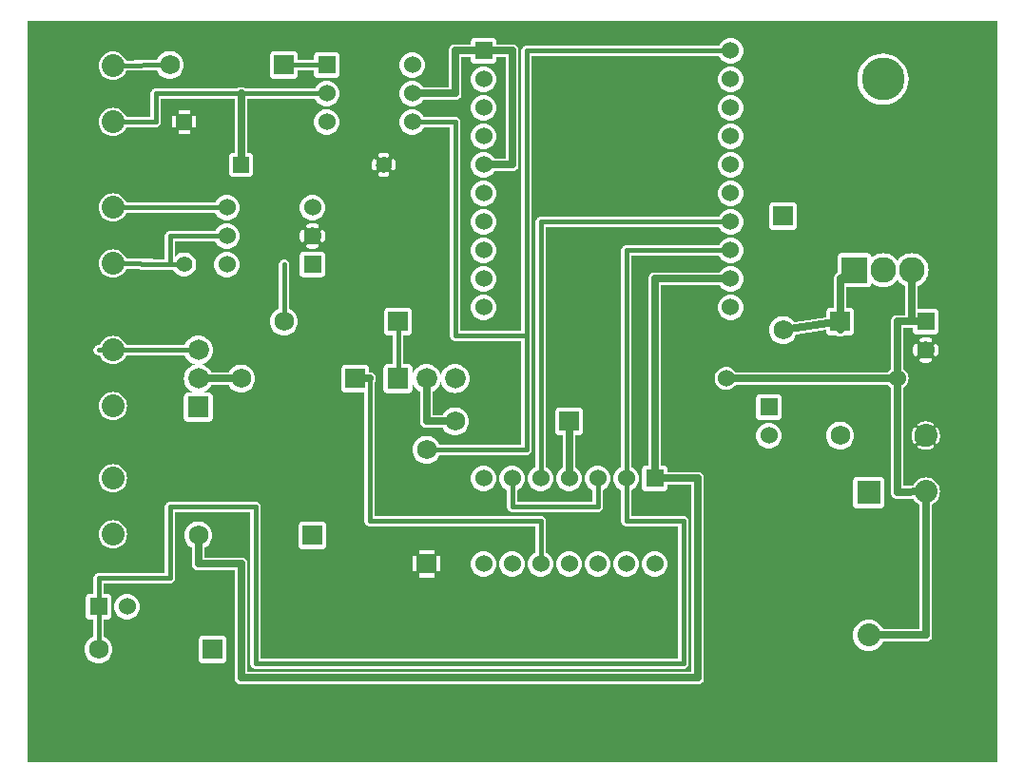
<source format=gbr>
G04 start of page 3 for group 1 idx 1 *
G04 Title: (unknown), solder *
G04 Creator: pcb 20091103 *
G04 CreationDate: Tue 03 Apr 2012 04:10:51 AM GMT UTC *
G04 For: ed *
G04 Format: Gerber/RS-274X *
G04 PCB-Dimensions: 600000 500000 *
G04 PCB-Coordinate-Origin: lower left *
%MOIN*%
%FSLAX25Y25*%
%LNBACK*%
%ADD11C,0.0200*%
%ADD12C,0.0250*%
%ADD13C,0.0160*%
%ADD14C,0.0600*%
%ADD16C,0.0900*%
%ADD17C,0.1500*%
%ADD18C,0.0800*%
%ADD19C,0.0680*%
%ADD20C,0.0720*%
%ADD21C,0.0550*%
%ADD22C,0.0380*%
%ADD23C,0.0280*%
%ADD24C,0.1300*%
%ADD25C,0.0300*%
%ADD26C,0.0150*%
%ADD27C,0.0420*%
%ADD28C,0.0350*%
G54D11*G36*
X225000Y307885D02*X233200D01*
Y261485D01*
X225000D01*
Y290185D01*
X225781Y290253D01*
X226539Y290456D01*
X227250Y290788D01*
X227893Y291238D01*
X228447Y291792D01*
X228897Y292435D01*
X229229Y293146D01*
X229432Y293904D01*
X229500Y294685D01*
X229432Y295466D01*
X229229Y296224D01*
X228897Y296935D01*
X228447Y297578D01*
X227893Y298132D01*
X227250Y298582D01*
X226539Y298914D01*
X225781Y299117D01*
X225000Y299185D01*
Y307885D01*
G37*
G36*
Y320185D02*X228000D01*
X228260Y320208D01*
X228513Y320275D01*
X228750Y320386D01*
X228964Y320536D01*
X229149Y320721D01*
X229299Y320935D01*
X229410Y321172D01*
X229477Y321425D01*
X229500Y321685D01*
Y322435D01*
X237750D01*
Y256935D01*
X225000D01*
Y257885D01*
X235000D01*
X235313Y257912D01*
X235616Y257994D01*
X235900Y258126D01*
X236157Y258306D01*
X236379Y258528D01*
X236559Y258785D01*
X236691Y259069D01*
X236773Y259372D01*
X236800Y259685D01*
Y309685D01*
X236773Y309998D01*
X236691Y310301D01*
X236559Y310585D01*
X236379Y310842D01*
X236157Y311064D01*
X235900Y311244D01*
X235616Y311376D01*
X235313Y311458D01*
X235000Y311485D01*
X225000D01*
Y320185D01*
G37*
G36*
X290000Y374435D02*X290391Y374469D01*
X290770Y374571D01*
X291125Y374736D01*
X291195Y374785D01*
X293400D01*
X293660Y374808D01*
X293913Y374875D01*
X294150Y374986D01*
X294364Y375136D01*
X294549Y375321D01*
X294699Y375535D01*
X294810Y375772D01*
X294877Y376025D01*
X294900Y376285D01*
Y383085D01*
X294877Y383345D01*
X294810Y383598D01*
X294699Y383835D01*
X294549Y384049D01*
X294364Y384234D01*
X294150Y384384D01*
X293913Y384495D01*
X293660Y384562D01*
X293400Y384585D01*
X292250D01*
Y391685D01*
X299500D01*
X299760Y391708D01*
X300013Y391775D01*
X300250Y391886D01*
X300464Y392036D01*
X300649Y392221D01*
X300799Y392435D01*
X300910Y392672D01*
X300977Y392925D01*
X301000Y393185D01*
Y393232D01*
X301143Y393089D01*
X302000Y392489D01*
X302948Y392047D01*
X303958Y391776D01*
X305000Y391685D01*
X306042Y391776D01*
X307052Y392047D01*
X308000Y392489D01*
X308857Y393089D01*
X309596Y393828D01*
X310000Y394405D01*
X310404Y393828D01*
X311143Y393089D01*
X312000Y392489D01*
X312750Y392139D01*
Y381935D01*
X310000D01*
X309609Y381901D01*
X309230Y381799D01*
X308875Y381634D01*
X308554Y381409D01*
X308276Y381131D01*
X308051Y380810D01*
X307886Y380455D01*
X307784Y380076D01*
X307750Y379685D01*
Y362974D01*
X307429Y362749D01*
X306936Y362256D01*
X306711Y361935D01*
X290000D01*
Y374435D01*
G37*
G36*
X315842Y317254D02*X316170Y316786D01*
X316786Y316170D01*
X317500Y315670D01*
X317750Y315554D01*
Y271935D01*
X315842D01*
Y317254D01*
G37*
G36*
X324158Y485000D02*X330000D01*
Y225000D01*
X324158D01*
Y317254D01*
X324330Y317500D01*
X324698Y318290D01*
X324924Y319132D01*
X325000Y320000D01*
X324924Y320868D01*
X324698Y321710D01*
X324330Y322500D01*
X324158Y322746D01*
Y336938D01*
X324188Y336966D01*
X324240Y337036D01*
X324468Y337442D01*
X324657Y337867D01*
X324806Y338307D01*
X324913Y338760D01*
X324978Y339221D01*
X325000Y339685D01*
X324978Y340150D01*
X324913Y340611D01*
X324806Y341064D01*
X324657Y341504D01*
X324468Y341929D01*
X324240Y342335D01*
X324188Y342405D01*
X324158Y342433D01*
Y367972D01*
X324172Y368000D01*
X324314Y368407D01*
X324417Y368827D01*
X324479Y369254D01*
X324500Y369685D01*
X324479Y370117D01*
X324417Y370544D01*
X324314Y370964D01*
X324172Y371371D01*
X324171D01*
X324158Y371397D01*
Y375734D01*
X324299Y375935D01*
X324410Y376172D01*
X324477Y376425D01*
X324500Y376685D01*
Y382685D01*
X324477Y382945D01*
X324410Y383198D01*
X324299Y383435D01*
X324158Y383636D01*
Y485000D01*
G37*
G36*
Y322746D02*X323830Y323214D01*
X323214Y323830D01*
X322500Y324330D01*
X321710Y324698D01*
X320868Y324924D01*
X320000Y325000D01*
Y334685D01*
X320464Y334707D01*
X320925Y334772D01*
X321378Y334879D01*
X321818Y335028D01*
X322243Y335217D01*
X322649Y335445D01*
X322719Y335497D01*
X322778Y335561D01*
X322825Y335634D01*
X322860Y335715D01*
X322879Y335799D01*
X322884Y335886D01*
X322873Y335973D01*
X322848Y336056D01*
X322808Y336134D01*
X322756Y336204D01*
X322692Y336263D01*
X322619Y336310D01*
X322538Y336345D01*
X322454Y336364D01*
X322367Y336369D01*
X322280Y336358D01*
X322197Y336333D01*
X322119Y336293D01*
X321795Y336111D01*
X321455Y335960D01*
X321102Y335840D01*
X320740Y335755D01*
X320371Y335703D01*
X320000Y335685D01*
Y343685D01*
X320371Y343668D01*
X320740Y343616D01*
X321102Y343531D01*
X321455Y343411D01*
X321795Y343260D01*
X322119Y343078D01*
X322197Y343038D01*
X322280Y343013D01*
X322367Y343002D01*
X322454Y343007D01*
X322538Y343026D01*
X322619Y343061D01*
X322692Y343108D01*
X322756Y343167D01*
X322808Y343237D01*
X322848Y343315D01*
X322873Y343398D01*
X322884Y343485D01*
X322879Y343572D01*
X322860Y343656D01*
X322825Y343737D01*
X322778Y343810D01*
X322719Y343874D01*
X322649Y343926D01*
X322243Y344154D01*
X321818Y344343D01*
X321378Y344492D01*
X320925Y344599D01*
X320464Y344664D01*
X320000Y344685D01*
Y365185D01*
X320431Y365206D01*
X320858Y365268D01*
X321278Y365371D01*
X321685Y365513D01*
Y365514D01*
X321801Y365573D01*
X321906Y365652D01*
X321995Y365748D01*
X322066Y365857D01*
X322117Y365978D01*
X322146Y366105D01*
X322153Y366235D01*
X322137Y366365D01*
X322099Y366490D01*
X322040Y366606D01*
X321961Y366711D01*
X321865Y366800D01*
X321756Y366871D01*
X321635Y366922D01*
X321508Y366951D01*
X321378Y366958D01*
X321248Y366942D01*
X321123Y366904D01*
X320852Y366809D01*
X320572Y366741D01*
X320287Y366699D01*
X320000Y366685D01*
Y372685D01*
X320287Y372672D01*
X320572Y372630D01*
X320852Y372562D01*
X321123Y372467D01*
Y372466D01*
X321248Y372428D01*
X321378Y372412D01*
X321509Y372419D01*
X321636Y372448D01*
X321757Y372499D01*
X321866Y372571D01*
X321962Y372660D01*
X322041Y372764D01*
X322100Y372881D01*
X322138Y373006D01*
X322154Y373136D01*
X322147Y373267D01*
X322118Y373394D01*
X322067Y373515D01*
X321995Y373624D01*
X321906Y373720D01*
X321802Y373799D01*
X321685Y373858D01*
X321278Y374000D01*
X320858Y374103D01*
X320431Y374165D01*
X320000Y374185D01*
Y375185D01*
X323000D01*
X323260Y375208D01*
X323513Y375275D01*
X323750Y375386D01*
X323964Y375536D01*
X324149Y375721D01*
X324158Y375734D01*
Y371397D01*
X324112Y371487D01*
X324033Y371592D01*
X323937Y371681D01*
X323828Y371752D01*
X323707Y371803D01*
X323580Y371832D01*
X323450Y371839D01*
X323320Y371823D01*
X323195Y371785D01*
X323079Y371726D01*
X322974Y371647D01*
X322885Y371551D01*
X322814Y371442D01*
X322763Y371321D01*
X322734Y371194D01*
X322727Y371064D01*
X322743Y370934D01*
X322781Y370809D01*
X322876Y370538D01*
X322944Y370258D01*
X322986Y369973D01*
X323000Y369685D01*
X322986Y369398D01*
X322944Y369113D01*
X322876Y368833D01*
X322781Y368562D01*
X322780D01*
X322742Y368437D01*
X322726Y368307D01*
X322733Y368176D01*
X322762Y368049D01*
X322813Y367928D01*
X322885Y367819D01*
X322974Y367723D01*
X323078Y367644D01*
X323195Y367585D01*
X323320Y367547D01*
X323450Y367531D01*
X323581Y367538D01*
X323708Y367567D01*
X323829Y367618D01*
X323938Y367690D01*
X324034Y367779D01*
X324113Y367883D01*
X324158Y367972D01*
Y342433D01*
X324124Y342464D01*
X324051Y342511D01*
X323970Y342546D01*
X323886Y342565D01*
X323799Y342570D01*
X323712Y342559D01*
X323629Y342534D01*
X323551Y342494D01*
X323481Y342442D01*
X323422Y342378D01*
X323375Y342305D01*
X323340Y342224D01*
X323321Y342140D01*
X323316Y342053D01*
X323327Y341966D01*
X323352Y341883D01*
X323392Y341805D01*
X323574Y341481D01*
X323725Y341141D01*
X323845Y340788D01*
X323930Y340426D01*
X323982Y340057D01*
X324000Y339686D01*
X323982Y339314D01*
X323930Y338945D01*
X323845Y338583D01*
X323725Y338230D01*
X323574Y337890D01*
X323392Y337566D01*
X323352Y337488D01*
X323327Y337405D01*
X323316Y337318D01*
X323321Y337231D01*
X323340Y337147D01*
X323375Y337066D01*
X323422Y336993D01*
X323481Y336929D01*
X323551Y336877D01*
X323629Y336837D01*
X323712Y336812D01*
X323799Y336801D01*
X323886Y336806D01*
X323970Y336825D01*
X324051Y336860D01*
X324124Y336907D01*
X324158Y336938D01*
Y322746D01*
G37*
G36*
Y225000D02*X320000D01*
Y267435D01*
X320391Y267469D01*
X320770Y267571D01*
X321125Y267736D01*
X321446Y267961D01*
X321724Y268239D01*
X321949Y268560D01*
X322114Y268915D01*
X322216Y269294D01*
X322250Y269685D01*
Y315554D01*
X322500Y315670D01*
X323214Y316170D01*
X323830Y316786D01*
X324158Y317254D01*
Y225000D01*
G37*
G36*
X320000Y485000D02*X324158D01*
Y383636D01*
X324149Y383649D01*
X323964Y383834D01*
X323750Y383984D01*
X323513Y384095D01*
X323260Y384162D01*
X323000Y384185D01*
X320000D01*
Y394405D01*
X320196Y394685D01*
X320638Y395633D01*
X320909Y396643D01*
X321000Y397685D01*
X320909Y398727D01*
X320638Y399737D01*
X320196Y400685D01*
X320000Y400965D01*
Y485000D01*
G37*
G36*
Y384185D02*X317250D01*
Y392139D01*
X318000Y392489D01*
X318857Y393089D01*
X319596Y393828D01*
X320000Y394405D01*
Y384185D01*
G37*
G36*
Y325000D02*X319132Y324924D01*
X318290Y324698D01*
X317500Y324330D01*
X316786Y323830D01*
X316170Y323214D01*
X315842Y322746D01*
Y336937D01*
X315875Y336907D01*
X315948Y336860D01*
X316029Y336825D01*
X316113Y336806D01*
X316200Y336801D01*
X316287Y336812D01*
X316370Y336837D01*
X316448Y336877D01*
X316518Y336929D01*
X316577Y336993D01*
X316624Y337066D01*
X316659Y337147D01*
X316678Y337231D01*
X316683Y337318D01*
X316672Y337405D01*
X316647Y337488D01*
X316607Y337566D01*
X316425Y337890D01*
X316274Y338230D01*
X316154Y338583D01*
X316069Y338945D01*
X316017Y339314D01*
X316000Y339686D01*
X316017Y340057D01*
X316069Y340426D01*
X316154Y340788D01*
X316274Y341141D01*
X316425Y341481D01*
X316607Y341805D01*
X316647Y341883D01*
X316672Y341966D01*
X316683Y342053D01*
X316678Y342140D01*
X316659Y342224D01*
X316624Y342305D01*
X316577Y342378D01*
X316518Y342442D01*
X316448Y342494D01*
X316370Y342534D01*
X316287Y342559D01*
X316200Y342570D01*
X316113Y342565D01*
X316029Y342546D01*
X315948Y342511D01*
X315875Y342464D01*
X315842Y342434D01*
Y367972D01*
X315887Y367884D01*
X315966Y367779D01*
X316062Y367690D01*
X316171Y367619D01*
X316292Y367568D01*
X316419Y367539D01*
X316549Y367532D01*
X316679Y367548D01*
X316804Y367586D01*
X316920Y367645D01*
X317025Y367724D01*
X317114Y367820D01*
X317185Y367929D01*
X317236Y368050D01*
X317265Y368177D01*
X317272Y368307D01*
X317256Y368437D01*
X317218Y368562D01*
X317123Y368833D01*
X317055Y369113D01*
X317013Y369398D01*
X317000Y369686D01*
X317013Y369973D01*
X317055Y370258D01*
X317123Y370538D01*
X317218Y370809D01*
X317219D01*
X317257Y370934D01*
X317273Y371064D01*
X317266Y371195D01*
X317237Y371322D01*
X317186Y371443D01*
X317114Y371552D01*
X317025Y371648D01*
X316921Y371727D01*
X316804Y371786D01*
X316679Y371824D01*
X316549Y371840D01*
X316418Y371833D01*
X316291Y371804D01*
X316170Y371753D01*
X316061Y371681D01*
X315965Y371592D01*
X315886Y371488D01*
X315842Y371401D01*
Y375734D01*
X315851Y375721D01*
X316036Y375536D01*
X316250Y375386D01*
X316487Y375275D01*
X316740Y375208D01*
X317000Y375185D01*
X320000D01*
Y374185D01*
X319568Y374165D01*
X319141Y374103D01*
X318721Y374000D01*
X318314Y373858D01*
Y373857D01*
X318198Y373798D01*
X318093Y373719D01*
X318004Y373623D01*
X317933Y373514D01*
X317882Y373393D01*
X317853Y373266D01*
X317846Y373136D01*
X317862Y373006D01*
X317900Y372881D01*
X317959Y372765D01*
X318038Y372660D01*
X318134Y372571D01*
X318243Y372500D01*
X318364Y372449D01*
X318491Y372420D01*
X318621Y372413D01*
X318751Y372429D01*
X318876Y372467D01*
X319147Y372562D01*
X319427Y372630D01*
X319712Y372672D01*
X320000Y372685D01*
Y366685D01*
X319999D01*
X319712Y366699D01*
X319427Y366741D01*
X319147Y366809D01*
X318876Y366904D01*
Y366905D01*
X318751Y366943D01*
X318621Y366959D01*
X318490Y366952D01*
X318363Y366923D01*
X318242Y366872D01*
X318133Y366800D01*
X318037Y366711D01*
X317958Y366607D01*
X317899Y366490D01*
X317861Y366365D01*
X317845Y366235D01*
X317852Y366104D01*
X317881Y365977D01*
X317932Y365856D01*
X318004Y365747D01*
X318093Y365651D01*
X318197Y365572D01*
X318314Y365513D01*
X318721Y365371D01*
X319141Y365268D01*
X319568Y365206D01*
X319999Y365185D01*
X320000D01*
Y344685D01*
X319999D01*
X319535Y344664D01*
X319074Y344599D01*
X318621Y344492D01*
X318181Y344343D01*
X317756Y344154D01*
X317350Y343926D01*
X317280Y343874D01*
X317221Y343810D01*
X317174Y343737D01*
X317139Y343656D01*
X317120Y343572D01*
X317115Y343485D01*
X317126Y343398D01*
X317151Y343315D01*
X317191Y343237D01*
X317243Y343167D01*
X317307Y343108D01*
X317380Y343061D01*
X317461Y343026D01*
X317545Y343007D01*
X317632Y343002D01*
X317719Y343013D01*
X317802Y343038D01*
X317880Y343078D01*
X318204Y343260D01*
X318544Y343411D01*
X318897Y343531D01*
X319259Y343616D01*
X319628Y343668D01*
X320000Y343685D01*
Y335685D01*
X319999D01*
X319628Y335703D01*
X319259Y335755D01*
X318897Y335840D01*
X318544Y335960D01*
X318204Y336111D01*
X317880Y336293D01*
X317802Y336333D01*
X317719Y336358D01*
X317632Y336369D01*
X317545Y336364D01*
X317461Y336345D01*
X317380Y336310D01*
X317307Y336263D01*
X317243Y336204D01*
X317191Y336134D01*
X317151Y336056D01*
X317126Y335973D01*
X317115Y335886D01*
X317120Y335799D01*
X317139Y335715D01*
X317174Y335634D01*
X317221Y335561D01*
X317280Y335497D01*
X317350Y335445D01*
X317756Y335217D01*
X318181Y335028D01*
X318621Y334879D01*
X319074Y334772D01*
X319535Y334707D01*
X320000Y334685D01*
Y325000D01*
G37*
G36*
Y225000D02*X315842D01*
Y267435D01*
X320000D01*
Y225000D01*
G37*
G36*
X315842Y485000D02*X320000D01*
Y400965D01*
X319596Y401542D01*
X318857Y402281D01*
X318000Y402881D01*
X317052Y403323D01*
X316042Y403594D01*
X315842Y403611D01*
Y485000D01*
G37*
G36*
Y322746D02*X315670Y322500D01*
X315488Y322109D01*
X312250Y322007D01*
Y356396D01*
X312571Y356621D01*
X313064Y357114D01*
X313464Y357685D01*
X313759Y358317D01*
X313939Y358990D01*
X314000Y359685D01*
X313939Y360380D01*
X313759Y361053D01*
X313464Y361685D01*
X313064Y362256D01*
X312571Y362749D01*
X312250Y362974D01*
Y377435D01*
X315500D01*
Y376685D01*
X315523Y376425D01*
X315590Y376172D01*
X315701Y375935D01*
X315842Y375734D01*
Y371401D01*
X315827Y371371D01*
X315685Y370964D01*
X315582Y370544D01*
X315520Y370117D01*
X315500Y369686D01*
X315520Y369254D01*
X315582Y368827D01*
X315685Y368407D01*
X315827Y368000D01*
X315828D01*
X315842Y367972D01*
Y342434D01*
X315811Y342405D01*
X315759Y342335D01*
X315531Y341929D01*
X315342Y341504D01*
X315193Y341064D01*
X315086Y340611D01*
X315021Y340150D01*
X315000Y339685D01*
X315021Y339221D01*
X315086Y338760D01*
X315193Y338307D01*
X315342Y337867D01*
X315531Y337442D01*
X315759Y337036D01*
X315811Y336966D01*
X315842Y336937D01*
Y322746D01*
G37*
G36*
X300000Y357435D02*X306711D01*
X306936Y357114D01*
X307429Y356621D01*
X307750Y356396D01*
Y319685D01*
X307754Y319644D01*
X307752Y319615D01*
X307768Y319482D01*
X307784Y319294D01*
X307795Y319255D01*
X307798Y319226D01*
X307839Y319091D01*
X307886Y318915D01*
X307904Y318876D01*
X307912Y318850D01*
X307966Y318742D01*
X308051Y318560D01*
X308075Y318526D01*
X308088Y318500D01*
X308169Y318391D01*
X308276Y318239D01*
X308305Y318210D01*
X308323Y318186D01*
X308417Y318098D01*
X308554Y317961D01*
X308590Y317936D01*
X308609Y317918D01*
X308713Y317850D01*
X308875Y317736D01*
X308915Y317717D01*
X308937Y317703D01*
X309041Y317659D01*
X309230Y317571D01*
X309272Y317560D01*
X309297Y317549D01*
X309422Y317520D01*
X309609Y317469D01*
X309653Y317465D01*
X309679Y317459D01*
X309799Y317452D01*
X310000Y317435D01*
X310041Y317439D01*
X310070Y317437D01*
X315618Y317612D01*
X315670Y317500D01*
X315842Y317254D01*
Y271935D01*
X304996D01*
X304763Y272435D01*
X304213Y273220D01*
X303535Y273898D01*
X302750Y274448D01*
X301881Y274853D01*
X300955Y275101D01*
X300000Y275185D01*
Y314185D01*
X304000D01*
X304260Y314208D01*
X304513Y314275D01*
X304750Y314386D01*
X304964Y314536D01*
X305149Y314721D01*
X305299Y314935D01*
X305410Y315172D01*
X305477Y315425D01*
X305500Y315685D01*
Y323685D01*
X305477Y323945D01*
X305410Y324198D01*
X305299Y324435D01*
X305149Y324649D01*
X304964Y324834D01*
X304750Y324984D01*
X304513Y325095D01*
X304260Y325162D01*
X304000Y325185D01*
X300000D01*
Y357435D01*
G37*
G36*
X315842Y225000D02*X300000D01*
Y264185D01*
X300955Y264269D01*
X301881Y264517D01*
X302750Y264922D01*
X303535Y265472D01*
X304213Y266150D01*
X304763Y266935D01*
X304996Y267435D01*
X315842D01*
Y225000D01*
G37*
G36*
X300000D02*X290000D01*
Y334785D01*
X290851Y334859D01*
X291676Y335081D01*
X292450Y335441D01*
X293150Y335931D01*
X293754Y336535D01*
X294244Y337235D01*
X294604Y338009D01*
X294826Y338834D01*
X294900Y339685D01*
X294826Y340536D01*
X294604Y341361D01*
X294244Y342135D01*
X293754Y342835D01*
X293150Y343439D01*
X292450Y343929D01*
X291676Y344289D01*
X290851Y344511D01*
X290000Y344585D01*
Y357435D01*
X300000D01*
Y325185D01*
X296000D01*
X295740Y325162D01*
X295487Y325095D01*
X295250Y324984D01*
X295036Y324834D01*
X294851Y324649D01*
X294701Y324435D01*
X294590Y324198D01*
X294523Y323945D01*
X294500Y323685D01*
Y315685D01*
X294523Y315425D01*
X294590Y315172D01*
X294701Y314935D01*
X294851Y314721D01*
X295036Y314536D01*
X295250Y314386D01*
X295487Y314275D01*
X295740Y314208D01*
X296000Y314185D01*
X300000D01*
Y275185D01*
X299045Y275101D01*
X298119Y274853D01*
X297250Y274448D01*
X296465Y273898D01*
X295787Y273220D01*
X295237Y272435D01*
X294832Y271566D01*
X294584Y270640D01*
X294500Y269685D01*
X294584Y268730D01*
X294832Y267804D01*
X295237Y266935D01*
X295787Y266150D01*
X296465Y265472D01*
X297250Y264922D01*
X298119Y264517D01*
X299045Y264269D01*
X300000Y264185D01*
Y225000D01*
G37*
G36*
X305000Y485000D02*X315842D01*
Y403611D01*
X315000Y403685D01*
X313958Y403594D01*
X312948Y403323D01*
X312000Y402881D01*
X311143Y402281D01*
X310404Y401542D01*
X310000Y400965D01*
X309596Y401542D01*
X308857Y402281D01*
X308000Y402881D01*
X307052Y403323D01*
X306042Y403594D01*
X305000Y403685D01*
Y455685D01*
X306563Y455822D01*
X308078Y456228D01*
X309500Y456891D01*
X310785Y457791D01*
X311894Y458900D01*
X312794Y460185D01*
X313457Y461607D01*
X313863Y463122D01*
X314000Y464685D01*
X313863Y466248D01*
X313457Y467763D01*
X312794Y469185D01*
X311894Y470470D01*
X310785Y471579D01*
X309500Y472479D01*
X308078Y473142D01*
X306563Y473548D01*
X305000Y473685D01*
Y485000D01*
G37*
G36*
X290000D02*X305000D01*
Y473685D01*
X303437Y473548D01*
X301922Y473142D01*
X300500Y472479D01*
X299215Y471579D01*
X298106Y470470D01*
X297206Y469185D01*
X296543Y467763D01*
X296137Y466248D01*
X296000Y464685D01*
X296137Y463122D01*
X296543Y461607D01*
X297206Y460185D01*
X298106Y458900D01*
X299215Y457791D01*
X300500Y456891D01*
X301922Y456228D01*
X303437Y455822D01*
X305000Y455685D01*
Y403685D01*
X303958Y403594D01*
X302948Y403323D01*
X302000Y402881D01*
X301143Y402281D01*
X301000Y402138D01*
Y402185D01*
X300977Y402445D01*
X300910Y402698D01*
X300799Y402935D01*
X300649Y403149D01*
X300464Y403334D01*
X300250Y403484D01*
X300013Y403595D01*
X299760Y403662D01*
X299500Y403685D01*
X290500D01*
X290240Y403662D01*
X290000Y403598D01*
Y485000D01*
G37*
G36*
X265000Y357435D02*X290000D01*
Y344585D01*
X289149Y344511D01*
X288324Y344289D01*
X287550Y343929D01*
X286850Y343439D01*
X286246Y342835D01*
X285756Y342135D01*
X285396Y341361D01*
X285174Y340536D01*
X285100Y339685D01*
X285174Y338834D01*
X285396Y338009D01*
X285756Y337235D01*
X286246Y336535D01*
X286850Y335931D01*
X287550Y335441D01*
X288324Y335081D01*
X289149Y334859D01*
X290000Y334785D01*
Y225000D01*
X265000D01*
Y335185D01*
X265781Y335253D01*
X266539Y335456D01*
X267250Y335788D01*
X267893Y336238D01*
X268447Y336792D01*
X268897Y337435D01*
X269229Y338146D01*
X269432Y338904D01*
X269500Y339685D01*
X269432Y340466D01*
X269229Y341224D01*
X268897Y341935D01*
X268447Y342578D01*
X267893Y343132D01*
X267250Y343582D01*
X266539Y343914D01*
X265781Y344117D01*
X265000Y344185D01*
Y345185D01*
X268000D01*
X268260Y345208D01*
X268513Y345275D01*
X268750Y345386D01*
X268964Y345536D01*
X269149Y345721D01*
X269299Y345935D01*
X269410Y346172D01*
X269477Y346425D01*
X269500Y346685D01*
Y352685D01*
X269477Y352945D01*
X269410Y353198D01*
X269299Y353435D01*
X269149Y353649D01*
X268964Y353834D01*
X268750Y353984D01*
X268513Y354095D01*
X268260Y354162D01*
X268000Y354185D01*
X265000D01*
Y357435D01*
G37*
G36*
X270000Y371785D02*X270851Y371859D01*
X271676Y372081D01*
X272450Y372441D01*
X273150Y372931D01*
X273754Y373535D01*
X274244Y374235D01*
X274604Y375009D01*
X274630Y375105D01*
X285100Y376675D01*
Y376285D01*
X285123Y376025D01*
X285190Y375772D01*
X285301Y375535D01*
X285451Y375321D01*
X285636Y375136D01*
X285850Y374986D01*
X286087Y374875D01*
X286340Y374808D01*
X286600Y374785D01*
X288805D01*
X288875Y374736D01*
X289230Y374571D01*
X289609Y374469D01*
X290000Y374435D01*
Y361935D01*
X270000D01*
Y371785D01*
G37*
G36*
Y485000D02*X290000D01*
Y403598D01*
X289987Y403595D01*
X289750Y403484D01*
X289536Y403334D01*
X289351Y403149D01*
X289201Y402935D01*
X289090Y402698D01*
X289023Y402445D01*
X289000Y402185D01*
Y396710D01*
X288842Y396615D01*
X288843Y396614D01*
X288744Y396542D01*
X288554Y396409D01*
X288537Y396392D01*
X288526Y396384D01*
X288438Y396293D01*
X288276Y396131D01*
X288263Y396112D01*
X288253Y396102D01*
X288178Y395991D01*
X288051Y395810D01*
X288039Y395785D01*
X288034Y395777D01*
X288001Y395702D01*
X287886Y395455D01*
X287880Y395432D01*
X287874Y395419D01*
X287843Y395296D01*
X287784Y395076D01*
X287782Y395050D01*
X287779Y395039D01*
X287771Y394923D01*
X287750Y394685D01*
Y384585D01*
X286600D01*
X286340Y384562D01*
X286087Y384495D01*
X285850Y384384D01*
X285636Y384234D01*
X285451Y384049D01*
X285301Y383835D01*
X285190Y383598D01*
X285123Y383345D01*
X285100Y383085D01*
Y381226D01*
X273951Y379554D01*
X273754Y379835D01*
X273150Y380439D01*
X272450Y380929D01*
X271676Y381289D01*
X270851Y381511D01*
X270000Y381585D01*
Y411785D01*
X273400D01*
X273660Y411808D01*
X273913Y411875D01*
X274150Y411986D01*
X274364Y412136D01*
X274549Y412321D01*
X274699Y412535D01*
X274810Y412772D01*
X274877Y413025D01*
X274900Y413285D01*
Y420085D01*
X274877Y420345D01*
X274810Y420598D01*
X274699Y420835D01*
X274549Y421049D01*
X274364Y421234D01*
X274150Y421384D01*
X273913Y421495D01*
X273660Y421562D01*
X273400Y421585D01*
X270000D01*
Y485000D01*
G37*
G36*
X265000D02*X270000D01*
Y421585D01*
X266600D01*
X266340Y421562D01*
X266087Y421495D01*
X265850Y421384D01*
X265636Y421234D01*
X265451Y421049D01*
X265301Y420835D01*
X265190Y420598D01*
X265123Y420345D01*
X265100Y420085D01*
Y413285D01*
X265123Y413025D01*
X265190Y412772D01*
X265301Y412535D01*
X265451Y412321D01*
X265636Y412136D01*
X265850Y411986D01*
X266087Y411875D01*
X266340Y411808D01*
X266600Y411785D01*
X270000D01*
Y381585D01*
X269149Y381511D01*
X268324Y381289D01*
X267550Y380929D01*
X266850Y380439D01*
X266246Y379835D01*
X265756Y379135D01*
X265396Y378361D01*
X265174Y377536D01*
X265100Y376685D01*
X265174Y375834D01*
X265396Y375009D01*
X265756Y374235D01*
X266246Y373535D01*
X266850Y372931D01*
X267550Y372441D01*
X268324Y372081D01*
X269149Y371859D01*
X270000Y371785D01*
Y361935D01*
X265000D01*
Y485000D01*
G37*
G36*
X251600Y356034D02*X252000Y356221D01*
X252571Y356621D01*
X253064Y357114D01*
X253289Y357435D01*
X265000D01*
Y354185D01*
X262000D01*
X261740Y354162D01*
X261487Y354095D01*
X261250Y353984D01*
X261036Y353834D01*
X260851Y353649D01*
X260701Y353435D01*
X260590Y353198D01*
X260523Y352945D01*
X260500Y352685D01*
Y346685D01*
X260523Y346425D01*
X260590Y346172D01*
X260701Y345935D01*
X260851Y345721D01*
X261036Y345536D01*
X261250Y345386D01*
X261487Y345275D01*
X261740Y345208D01*
X262000Y345185D01*
X265000D01*
Y344185D01*
X264219Y344117D01*
X263461Y343914D01*
X262750Y343582D01*
X262107Y343132D01*
X261553Y342578D01*
X261103Y341935D01*
X260771Y341224D01*
X260568Y340466D01*
X260500Y339685D01*
X260568Y338904D01*
X260771Y338146D01*
X261103Y337435D01*
X261553Y336792D01*
X262107Y336238D01*
X262750Y335788D01*
X263461Y335456D01*
X264219Y335253D01*
X265000Y335185D01*
Y225000D01*
X251600D01*
Y356034D01*
G37*
G36*
Y485000D02*X265000D01*
Y361935D01*
X253289D01*
X253064Y362256D01*
X252571Y362749D01*
X252000Y363149D01*
X251600Y363336D01*
Y380185D01*
X252381Y380253D01*
X253139Y380456D01*
X253850Y380788D01*
X254493Y381238D01*
X255047Y381792D01*
X255497Y382435D01*
X255829Y383146D01*
X256032Y383904D01*
X256100Y384685D01*
X256032Y385466D01*
X255829Y386224D01*
X255497Y386935D01*
X255047Y387578D01*
X254493Y388132D01*
X253850Y388582D01*
X253139Y388914D01*
X252381Y389117D01*
X251600Y389185D01*
Y390185D01*
X252381Y390253D01*
X253139Y390456D01*
X253850Y390788D01*
X254493Y391238D01*
X255047Y391792D01*
X255497Y392435D01*
X255829Y393146D01*
X256032Y393904D01*
X256100Y394685D01*
X256032Y395466D01*
X255829Y396224D01*
X255497Y396935D01*
X255047Y397578D01*
X254493Y398132D01*
X253850Y398582D01*
X253139Y398914D01*
X252381Y399117D01*
X251600Y399185D01*
Y400185D01*
X252381Y400253D01*
X253139Y400456D01*
X253850Y400788D01*
X254493Y401238D01*
X255047Y401792D01*
X255497Y402435D01*
X255829Y403146D01*
X256032Y403904D01*
X256100Y404685D01*
X256032Y405466D01*
X255829Y406224D01*
X255497Y406935D01*
X255047Y407578D01*
X254493Y408132D01*
X253850Y408582D01*
X253139Y408914D01*
X252381Y409117D01*
X251600Y409185D01*
Y410185D01*
X252381Y410253D01*
X253139Y410456D01*
X253850Y410788D01*
X254493Y411238D01*
X255047Y411792D01*
X255497Y412435D01*
X255829Y413146D01*
X256032Y413904D01*
X256100Y414685D01*
X256032Y415466D01*
X255829Y416224D01*
X255497Y416935D01*
X255047Y417578D01*
X254493Y418132D01*
X253850Y418582D01*
X253139Y418914D01*
X252381Y419117D01*
X251600Y419185D01*
Y420185D01*
X252381Y420253D01*
X253139Y420456D01*
X253850Y420788D01*
X254493Y421238D01*
X255047Y421792D01*
X255497Y422435D01*
X255829Y423146D01*
X256032Y423904D01*
X256100Y424685D01*
X256032Y425466D01*
X255829Y426224D01*
X255497Y426935D01*
X255047Y427578D01*
X254493Y428132D01*
X253850Y428582D01*
X253139Y428914D01*
X252381Y429117D01*
X251600Y429185D01*
Y430185D01*
X252381Y430253D01*
X253139Y430456D01*
X253850Y430788D01*
X254493Y431238D01*
X255047Y431792D01*
X255497Y432435D01*
X255829Y433146D01*
X256032Y433904D01*
X256100Y434685D01*
X256032Y435466D01*
X255829Y436224D01*
X255497Y436935D01*
X255047Y437578D01*
X254493Y438132D01*
X253850Y438582D01*
X253139Y438914D01*
X252381Y439117D01*
X251600Y439185D01*
Y440185D01*
X252381Y440253D01*
X253139Y440456D01*
X253850Y440788D01*
X254493Y441238D01*
X255047Y441792D01*
X255497Y442435D01*
X255829Y443146D01*
X256032Y443904D01*
X256100Y444685D01*
X256032Y445466D01*
X255829Y446224D01*
X255497Y446935D01*
X255047Y447578D01*
X254493Y448132D01*
X253850Y448582D01*
X253139Y448914D01*
X252381Y449117D01*
X251600Y449185D01*
Y450185D01*
X252381Y450253D01*
X253139Y450456D01*
X253850Y450788D01*
X254493Y451238D01*
X255047Y451792D01*
X255497Y452435D01*
X255829Y453146D01*
X256032Y453904D01*
X256100Y454685D01*
X256032Y455466D01*
X255829Y456224D01*
X255497Y456935D01*
X255047Y457578D01*
X254493Y458132D01*
X253850Y458582D01*
X253139Y458914D01*
X252381Y459117D01*
X251600Y459185D01*
Y460185D01*
X252381Y460253D01*
X253139Y460456D01*
X253850Y460788D01*
X254493Y461238D01*
X255047Y461792D01*
X255497Y462435D01*
X255829Y463146D01*
X256032Y463904D01*
X256100Y464685D01*
X256032Y465466D01*
X255829Y466224D01*
X255497Y466935D01*
X255047Y467578D01*
X254493Y468132D01*
X253850Y468582D01*
X253139Y468914D01*
X252381Y469117D01*
X251600Y469185D01*
Y470185D01*
X252381Y470253D01*
X253139Y470456D01*
X253850Y470788D01*
X254493Y471238D01*
X255047Y471792D01*
X255497Y472435D01*
X255829Y473146D01*
X256032Y473904D01*
X256100Y474685D01*
X256032Y475466D01*
X255829Y476224D01*
X255497Y476935D01*
X255047Y477578D01*
X254493Y478132D01*
X253850Y478582D01*
X253139Y478914D01*
X252381Y479117D01*
X251600Y479185D01*
Y485000D01*
G37*
G36*
Y419185D02*X250819Y419117D01*
X250061Y418914D01*
X249350Y418582D01*
X248707Y418132D01*
X248153Y417578D01*
X247703Y416935D01*
X247493Y416485D01*
X225000D01*
Y472885D01*
X247493D01*
X247703Y472435D01*
X248153Y471792D01*
X248707Y471238D01*
X249350Y470788D01*
X250061Y470456D01*
X250819Y470253D01*
X251600Y470185D01*
Y469185D01*
X250819Y469117D01*
X250061Y468914D01*
X249350Y468582D01*
X248707Y468132D01*
X248153Y467578D01*
X247703Y466935D01*
X247371Y466224D01*
X247168Y465466D01*
X247100Y464685D01*
X247168Y463904D01*
X247371Y463146D01*
X247703Y462435D01*
X248153Y461792D01*
X248707Y461238D01*
X249350Y460788D01*
X250061Y460456D01*
X250819Y460253D01*
X251600Y460185D01*
Y459185D01*
X250819Y459117D01*
X250061Y458914D01*
X249350Y458582D01*
X248707Y458132D01*
X248153Y457578D01*
X247703Y456935D01*
X247371Y456224D01*
X247168Y455466D01*
X247100Y454685D01*
X247168Y453904D01*
X247371Y453146D01*
X247703Y452435D01*
X248153Y451792D01*
X248707Y451238D01*
X249350Y450788D01*
X250061Y450456D01*
X250819Y450253D01*
X251600Y450185D01*
Y449185D01*
X250819Y449117D01*
X250061Y448914D01*
X249350Y448582D01*
X248707Y448132D01*
X248153Y447578D01*
X247703Y446935D01*
X247371Y446224D01*
X247168Y445466D01*
X247100Y444685D01*
X247168Y443904D01*
X247371Y443146D01*
X247703Y442435D01*
X248153Y441792D01*
X248707Y441238D01*
X249350Y440788D01*
X250061Y440456D01*
X250819Y440253D01*
X251600Y440185D01*
Y439185D01*
X250819Y439117D01*
X250061Y438914D01*
X249350Y438582D01*
X248707Y438132D01*
X248153Y437578D01*
X247703Y436935D01*
X247371Y436224D01*
X247168Y435466D01*
X247100Y434685D01*
X247168Y433904D01*
X247371Y433146D01*
X247703Y432435D01*
X248153Y431792D01*
X248707Y431238D01*
X249350Y430788D01*
X250061Y430456D01*
X250819Y430253D01*
X251600Y430185D01*
Y429185D01*
X250819Y429117D01*
X250061Y428914D01*
X249350Y428582D01*
X248707Y428132D01*
X248153Y427578D01*
X247703Y426935D01*
X247371Y426224D01*
X247168Y425466D01*
X247100Y424685D01*
X247168Y423904D01*
X247371Y423146D01*
X247703Y422435D01*
X248153Y421792D01*
X248707Y421238D01*
X249350Y420788D01*
X250061Y420456D01*
X250819Y420253D01*
X251600Y420185D01*
Y419185D01*
G37*
G36*
Y409185D02*X250819Y409117D01*
X250061Y408914D01*
X249350Y408582D01*
X248707Y408132D01*
X248153Y407578D01*
X247703Y406935D01*
X247493Y406485D01*
X225000D01*
Y412885D01*
X247493D01*
X247703Y412435D01*
X248153Y411792D01*
X248707Y411238D01*
X249350Y410788D01*
X250061Y410456D01*
X250819Y410253D01*
X251600Y410185D01*
Y409185D01*
G37*
G36*
Y399185D02*X250819Y399117D01*
X250061Y398914D01*
X249350Y398582D01*
X248707Y398132D01*
X248153Y397578D01*
X247703Y396935D01*
X225000D01*
Y402885D01*
X247493D01*
X247703Y402435D01*
X248153Y401792D01*
X248707Y401238D01*
X249350Y400788D01*
X250061Y400456D01*
X250819Y400253D01*
X251600Y400185D01*
Y399185D01*
G37*
G36*
Y363336D02*X251368Y363444D01*
X250695Y363624D01*
X250000Y363685D01*
X249305Y363624D01*
X248632Y363444D01*
X248000Y363149D01*
X247429Y362749D01*
X246936Y362256D01*
X246536Y361685D01*
X246241Y361053D01*
X246061Y360380D01*
X246000Y359685D01*
X246061Y358990D01*
X246241Y358317D01*
X246536Y357685D01*
X246936Y357114D01*
X247429Y356621D01*
X248000Y356221D01*
X248632Y355926D01*
X249305Y355746D01*
X250000Y355685D01*
X250695Y355746D01*
X251368Y355926D01*
X251600Y356034D01*
Y225000D01*
X225000D01*
Y252435D01*
X240000D01*
X240391Y252469D01*
X240770Y252571D01*
X241125Y252736D01*
X241446Y252961D01*
X241724Y253239D01*
X241949Y253560D01*
X242114Y253915D01*
X242216Y254294D01*
X242250Y254685D01*
Y324685D01*
X242216Y325076D01*
X242114Y325455D01*
X241949Y325810D01*
X241724Y326131D01*
X241446Y326409D01*
X241125Y326634D01*
X240770Y326799D01*
X240391Y326901D01*
X240000Y326935D01*
X229500D01*
Y327685D01*
X229477Y327945D01*
X229410Y328198D01*
X229299Y328435D01*
X229149Y328649D01*
X228964Y328834D01*
X228750Y328984D01*
X228513Y329095D01*
X228260Y329162D01*
X228000Y329185D01*
X227250D01*
Y392435D01*
X247703D01*
X248153Y391792D01*
X248707Y391238D01*
X249350Y390788D01*
X250061Y390456D01*
X250819Y390253D01*
X251600Y390185D01*
Y389185D01*
X250819Y389117D01*
X250061Y388914D01*
X249350Y388582D01*
X248707Y388132D01*
X248153Y387578D01*
X247703Y386935D01*
X247371Y386224D01*
X247168Y385466D01*
X247100Y384685D01*
X247168Y383904D01*
X247371Y383146D01*
X247703Y382435D01*
X248153Y381792D01*
X248707Y381238D01*
X249350Y380788D01*
X250061Y380456D01*
X250819Y380253D01*
X251600Y380185D01*
Y363336D01*
G37*
G36*
X225000Y485000D02*X251600D01*
Y479185D01*
X250819Y479117D01*
X250061Y478914D01*
X249350Y478582D01*
X248707Y478132D01*
X248153Y477578D01*
X247703Y476935D01*
X247493Y476485D01*
X225000D01*
Y485000D01*
G37*
G36*
Y416485D02*X195800D01*
Y472885D01*
X225000D01*
Y416485D01*
G37*
G36*
X215000Y307885D02*X225000D01*
Y299185D01*
X224219Y299117D01*
X223461Y298914D01*
X222750Y298582D01*
X222107Y298132D01*
X221553Y297578D01*
X221103Y296935D01*
X220771Y296224D01*
X220568Y295466D01*
X220500Y294685D01*
X220568Y293904D01*
X220771Y293146D01*
X221103Y292435D01*
X221553Y291792D01*
X222107Y291238D01*
X222750Y290788D01*
X223461Y290456D01*
X224219Y290253D01*
X225000Y290185D01*
Y261485D01*
X215000D01*
Y290185D01*
X215781Y290253D01*
X216539Y290456D01*
X217250Y290788D01*
X217893Y291238D01*
X218447Y291792D01*
X218897Y292435D01*
X219229Y293146D01*
X219432Y293904D01*
X219500Y294685D01*
X219432Y295466D01*
X219229Y296224D01*
X218897Y296935D01*
X218447Y297578D01*
X217893Y298132D01*
X217250Y298582D01*
X216539Y298914D01*
X215781Y299117D01*
X215000Y299185D01*
Y307885D01*
G37*
G36*
X225000Y406485D02*X215000D01*
Y412885D01*
X225000D01*
Y406485D01*
G37*
G36*
X215000D02*X214687Y406458D01*
X214384Y406376D01*
X214100Y406244D01*
X213843Y406064D01*
X213621Y405842D01*
X213441Y405585D01*
X213309Y405301D01*
X213227Y404998D01*
X213200Y404685D01*
Y328792D01*
X212750Y328582D01*
X212107Y328132D01*
X211553Y327578D01*
X211103Y326935D01*
X210771Y326224D01*
X210568Y325466D01*
X210500Y324685D01*
X210568Y323904D01*
X210771Y323146D01*
X211103Y322435D01*
X211553Y321792D01*
X212107Y321238D01*
X212750Y320788D01*
X213200Y320578D01*
Y309685D01*
X213227Y309372D01*
X213309Y309069D01*
X213441Y308785D01*
X213621Y308528D01*
X213843Y308306D01*
X214100Y308126D01*
X214384Y307994D01*
X214687Y307912D01*
X215000Y307885D01*
Y299185D01*
X214219Y299117D01*
X213461Y298914D01*
X212750Y298582D01*
X212107Y298132D01*
X211553Y297578D01*
X211103Y296935D01*
X210771Y296224D01*
X210568Y295466D01*
X210500Y294685D01*
X210568Y293904D01*
X210771Y293146D01*
X211103Y292435D01*
X211553Y291792D01*
X212107Y291238D01*
X212750Y290788D01*
X213461Y290456D01*
X214219Y290253D01*
X215000Y290185D01*
Y261485D01*
X205000D01*
Y290185D01*
X205781Y290253D01*
X206539Y290456D01*
X207250Y290788D01*
X207893Y291238D01*
X208447Y291792D01*
X208897Y292435D01*
X209229Y293146D01*
X209432Y293904D01*
X209500Y294685D01*
X209432Y295466D01*
X209229Y296224D01*
X208897Y296935D01*
X208447Y297578D01*
X207893Y298132D01*
X207250Y298582D01*
X206539Y298914D01*
X205781Y299117D01*
X205000Y299185D01*
Y312885D01*
X205313Y312912D01*
X205616Y312994D01*
X205900Y313126D01*
X206157Y313306D01*
X206379Y313528D01*
X206559Y313785D01*
X206691Y314069D01*
X206773Y314372D01*
X206800Y314685D01*
Y320578D01*
X207250Y320788D01*
X207893Y321238D01*
X208447Y321792D01*
X208897Y322435D01*
X209229Y323146D01*
X209432Y323904D01*
X209500Y324685D01*
X209432Y325466D01*
X209229Y326224D01*
X208897Y326935D01*
X208447Y327578D01*
X207893Y328132D01*
X207250Y328582D01*
X206539Y328914D01*
X205781Y329117D01*
X205000Y329185D01*
Y412885D01*
X215000D01*
Y406485D01*
G37*
G36*
X205000Y329185D02*X204219Y329117D01*
X203461Y328914D01*
X202750Y328582D01*
X202107Y328132D01*
X201553Y327578D01*
X201103Y326935D01*
X200771Y326224D01*
X200568Y325466D01*
X200500Y324685D01*
X200568Y323904D01*
X200771Y323146D01*
X201103Y322435D01*
X201553Y321792D01*
X202107Y321238D01*
X202750Y320788D01*
X203200Y320578D01*
Y316485D01*
X195800D01*
Y320258D01*
X196539Y320456D01*
X197250Y320788D01*
X197893Y321238D01*
X198447Y321792D01*
X198897Y322435D01*
X199229Y323146D01*
X199432Y323904D01*
X199500Y324685D01*
X199432Y325466D01*
X199229Y326224D01*
X198897Y326935D01*
X198447Y327578D01*
X197893Y328132D01*
X197250Y328582D01*
Y339785D01*
X198400D01*
X198660Y339808D01*
X198913Y339875D01*
X199150Y339986D01*
X199364Y340136D01*
X199549Y340321D01*
X199699Y340535D01*
X199810Y340772D01*
X199877Y341025D01*
X199900Y341285D01*
Y348085D01*
X199877Y348345D01*
X199810Y348598D01*
X199699Y348835D01*
X199549Y349049D01*
X199364Y349234D01*
X199150Y349384D01*
X198913Y349495D01*
X198660Y349562D01*
X198400Y349585D01*
X195800D01*
Y412885D01*
X205000D01*
Y329185D01*
G37*
G36*
Y261485D02*X195800D01*
Y290258D01*
X196539Y290456D01*
X197250Y290788D01*
X197893Y291238D01*
X198447Y291792D01*
X198897Y292435D01*
X199229Y293146D01*
X199432Y293904D01*
X199500Y294685D01*
X199432Y295466D01*
X199229Y296224D01*
X198897Y296935D01*
X198447Y297578D01*
X197893Y298132D01*
X197250Y298582D01*
X196539Y298914D01*
X195800Y299112D01*
Y312885D01*
X205000D01*
Y299185D01*
X204219Y299117D01*
X203461Y298914D01*
X202750Y298582D01*
X202107Y298132D01*
X201553Y297578D01*
X201103Y296935D01*
X200771Y296224D01*
X200568Y295466D01*
X200500Y294685D01*
X200568Y293904D01*
X200771Y293146D01*
X201103Y292435D01*
X201553Y291792D01*
X202107Y291238D01*
X202750Y290788D01*
X203461Y290456D01*
X204219Y290253D01*
X205000Y290185D01*
Y261485D01*
G37*
G36*
X225000Y256935D02*X195800D01*
Y257885D01*
X225000D01*
Y256935D01*
G37*
G36*
Y396935D02*X224609Y396901D01*
X224230Y396799D01*
X223875Y396634D01*
X223554Y396409D01*
X223276Y396131D01*
X223051Y395810D01*
X222886Y395455D01*
X222784Y395076D01*
X222750Y394685D01*
Y329185D01*
X222000D01*
X221740Y329162D01*
X221487Y329095D01*
X221250Y328984D01*
X221036Y328834D01*
X220851Y328649D01*
X220701Y328435D01*
X220590Y328198D01*
X220523Y327945D01*
X220500Y327685D01*
Y321685D01*
X220523Y321425D01*
X220590Y321172D01*
X220701Y320935D01*
X220851Y320721D01*
X221036Y320536D01*
X221250Y320386D01*
X221487Y320275D01*
X221740Y320208D01*
X222000Y320185D01*
X225000D01*
Y311485D01*
X216800D01*
Y320578D01*
X217250Y320788D01*
X217893Y321238D01*
X218447Y321792D01*
X218897Y322435D01*
X219229Y323146D01*
X219432Y323904D01*
X219500Y324685D01*
X219432Y325466D01*
X219229Y326224D01*
X218897Y326935D01*
X218447Y327578D01*
X217893Y328132D01*
X217250Y328582D01*
X216800Y328792D01*
Y402885D01*
X225000D01*
Y396935D01*
G37*
G36*
Y225000D02*X195800D01*
Y252435D01*
X225000D01*
Y225000D01*
G37*
G36*
X195800Y485000D02*X225000D01*
Y476485D01*
X195800D01*
Y485000D01*
G37*
G36*
X156375Y252435D02*X195800D01*
Y225000D01*
X156375D01*
Y252435D01*
G37*
G36*
Y257885D02*X195800D01*
Y256935D01*
X156375D01*
Y257885D01*
G37*
G36*
X175000Y312885D02*X195800D01*
Y299112D01*
X195781Y299117D01*
X195000Y299185D01*
X194219Y299117D01*
X193461Y298914D01*
X192750Y298582D01*
X192107Y298132D01*
X191553Y297578D01*
X191103Y296935D01*
X190771Y296224D01*
X190568Y295466D01*
X190500Y294685D01*
X190568Y293904D01*
X190771Y293146D01*
X191103Y292435D01*
X191553Y291792D01*
X192107Y291238D01*
X192750Y290788D01*
X193461Y290456D01*
X194219Y290253D01*
X195000Y290185D01*
X195781Y290253D01*
X195800Y290258D01*
Y261485D01*
X175000D01*
Y290185D01*
X175781Y290253D01*
X176539Y290456D01*
X177250Y290788D01*
X177893Y291238D01*
X178447Y291792D01*
X178897Y292435D01*
X179229Y293146D01*
X179432Y293904D01*
X179500Y294685D01*
X179432Y295466D01*
X179229Y296224D01*
X178897Y296935D01*
X178447Y297578D01*
X177893Y298132D01*
X177250Y298582D01*
X176539Y298914D01*
X175781Y299117D01*
X175000Y299185D01*
Y307885D01*
X183200D01*
Y298792D01*
X182750Y298582D01*
X182107Y298132D01*
X181553Y297578D01*
X181103Y296935D01*
X180771Y296224D01*
X180568Y295466D01*
X180500Y294685D01*
X180568Y293904D01*
X180771Y293146D01*
X181103Y292435D01*
X181553Y291792D01*
X182107Y291238D01*
X182750Y290788D01*
X183461Y290456D01*
X184219Y290253D01*
X185000Y290185D01*
X185781Y290253D01*
X186539Y290456D01*
X187250Y290788D01*
X187893Y291238D01*
X188447Y291792D01*
X188897Y292435D01*
X189229Y293146D01*
X189432Y293904D01*
X189500Y294685D01*
X189432Y295466D01*
X189229Y296224D01*
X188897Y296935D01*
X188447Y297578D01*
X187893Y298132D01*
X187250Y298582D01*
X186800Y298792D01*
Y309685D01*
X186773Y309998D01*
X186691Y310301D01*
X186559Y310585D01*
X186379Y310842D01*
X186157Y311064D01*
X185900Y311244D01*
X185616Y311376D01*
X185313Y311458D01*
X185000Y311485D01*
X175000D01*
Y312885D01*
G37*
G36*
Y332885D02*X180000D01*
X180313Y332912D01*
X180616Y332994D01*
X180900Y333126D01*
X181157Y333306D01*
X181379Y333528D01*
X181559Y333785D01*
X181691Y334069D01*
X181773Y334372D01*
X181800Y334685D01*
Y472885D01*
X195800D01*
Y416485D01*
X185000D01*
X184687Y416458D01*
X184384Y416376D01*
X184100Y416244D01*
X183843Y416064D01*
X183621Y415842D01*
X183441Y415585D01*
X183309Y415301D01*
X183227Y414998D01*
X183200Y414685D01*
Y328792D01*
X182750Y328582D01*
X182107Y328132D01*
X181553Y327578D01*
X181103Y326935D01*
X180771Y326224D01*
X180568Y325466D01*
X180500Y324685D01*
X180568Y323904D01*
X180771Y323146D01*
X181103Y322435D01*
X181553Y321792D01*
X182107Y321238D01*
X182750Y320788D01*
X183461Y320456D01*
X184219Y320253D01*
X185000Y320185D01*
X185781Y320253D01*
X186539Y320456D01*
X187250Y320788D01*
X187893Y321238D01*
X188447Y321792D01*
X188897Y322435D01*
X189229Y323146D01*
X189432Y323904D01*
X189500Y324685D01*
X189432Y325466D01*
X189229Y326224D01*
X188897Y326935D01*
X188447Y327578D01*
X187893Y328132D01*
X187250Y328582D01*
X186800Y328792D01*
Y412885D01*
X195800D01*
Y349585D01*
X191600D01*
X191340Y349562D01*
X191087Y349495D01*
X190850Y349384D01*
X190636Y349234D01*
X190451Y349049D01*
X190301Y348835D01*
X190190Y348598D01*
X190123Y348345D01*
X190100Y348085D01*
Y341285D01*
X190123Y341025D01*
X190190Y340772D01*
X190301Y340535D01*
X190451Y340321D01*
X190636Y340136D01*
X190850Y339986D01*
X191087Y339875D01*
X191340Y339808D01*
X191600Y339785D01*
X192750D01*
Y328582D01*
X192107Y328132D01*
X191553Y327578D01*
X191103Y326935D01*
X190771Y326224D01*
X190568Y325466D01*
X190500Y324685D01*
X190568Y323904D01*
X190771Y323146D01*
X191103Y322435D01*
X191553Y321792D01*
X192107Y321238D01*
X192750Y320788D01*
X193461Y320456D01*
X194219Y320253D01*
X195000Y320185D01*
X195781Y320253D01*
X195800Y320258D01*
Y316485D01*
X176800D01*
Y320578D01*
X177250Y320788D01*
X177893Y321238D01*
X178447Y321792D01*
X178897Y322435D01*
X179229Y323146D01*
X179432Y323904D01*
X179500Y324685D01*
X179432Y325466D01*
X179229Y326224D01*
X178897Y326935D01*
X178447Y327578D01*
X177893Y328132D01*
X177250Y328582D01*
X176539Y328914D01*
X175781Y329117D01*
X175000Y329185D01*
Y332885D01*
G37*
G36*
Y261485D02*X165000D01*
Y290185D01*
X165781Y290253D01*
X166539Y290456D01*
X167250Y290788D01*
X167893Y291238D01*
X168447Y291792D01*
X168897Y292435D01*
X169229Y293146D01*
X169432Y293904D01*
X169500Y294685D01*
X169432Y295466D01*
X169229Y296224D01*
X168897Y296935D01*
X168447Y297578D01*
X167893Y298132D01*
X167250Y298582D01*
X166539Y298914D01*
X165781Y299117D01*
X165000Y299185D01*
Y307885D01*
X175000D01*
Y299185D01*
X174219Y299117D01*
X173461Y298914D01*
X172750Y298582D01*
X172107Y298132D01*
X171553Y297578D01*
X171103Y296935D01*
X170771Y296224D01*
X170568Y295466D01*
X170500Y294685D01*
X170568Y293904D01*
X170771Y293146D01*
X171103Y292435D01*
X171553Y291792D01*
X172107Y291238D01*
X172750Y290788D01*
X173461Y290456D01*
X174219Y290253D01*
X175000Y290185D01*
Y261485D01*
G37*
G36*
X165000Y332885D02*X175000D01*
Y329185D01*
X174219Y329117D01*
X173461Y328914D01*
X172750Y328582D01*
X172107Y328132D01*
X171553Y327578D01*
X171103Y326935D01*
X170771Y326224D01*
X170568Y325466D01*
X170500Y324685D01*
X170568Y323904D01*
X170771Y323146D01*
X171103Y322435D01*
X171553Y321792D01*
X172107Y321238D01*
X172750Y320788D01*
X173200Y320578D01*
Y314685D01*
X173227Y314372D01*
X173309Y314069D01*
X173441Y313785D01*
X173621Y313528D01*
X173843Y313306D01*
X174100Y313126D01*
X174384Y312994D01*
X174687Y312912D01*
X175000Y312885D01*
Y311485D01*
X165000D01*
Y320185D01*
X165781Y320253D01*
X166539Y320456D01*
X167250Y320788D01*
X167893Y321238D01*
X168447Y321792D01*
X168897Y322435D01*
X169229Y323146D01*
X169432Y323904D01*
X169500Y324685D01*
X169432Y325466D01*
X169229Y326224D01*
X168897Y326935D01*
X168447Y327578D01*
X167893Y328132D01*
X167250Y328582D01*
X166539Y328914D01*
X165781Y329117D01*
X165000Y329185D01*
Y332885D01*
G37*
G36*
Y261485D02*X156375D01*
Y307885D01*
X165000D01*
Y299185D01*
X164219Y299117D01*
X163461Y298914D01*
X162750Y298582D01*
X162107Y298132D01*
X161553Y297578D01*
X161103Y296935D01*
X160771Y296224D01*
X160568Y295466D01*
X160500Y294685D01*
X160568Y293904D01*
X160771Y293146D01*
X161103Y292435D01*
X161553Y291792D01*
X162107Y291238D01*
X162750Y290788D01*
X163461Y290456D01*
X164219Y290253D01*
X165000Y290185D01*
Y261485D01*
G37*
G36*
X156375Y332885D02*X165000D01*
Y329185D01*
X164219Y329117D01*
X163461Y328914D01*
X162750Y328582D01*
X162107Y328132D01*
X161553Y327578D01*
X161103Y326935D01*
X160771Y326224D01*
X160568Y325466D01*
X160500Y324685D01*
X160568Y323904D01*
X160771Y323146D01*
X161103Y322435D01*
X161553Y321792D01*
X162107Y321238D01*
X162750Y320788D01*
X163461Y320456D01*
X164219Y320253D01*
X165000Y320185D01*
Y311485D01*
X156375D01*
Y332885D01*
G37*
G36*
Y372885D02*X178200D01*
Y336485D01*
X156375D01*
Y340000D01*
X156676Y340081D01*
X157450Y340441D01*
X158150Y340931D01*
X158754Y341535D01*
X159244Y342235D01*
X159604Y343009D01*
X159826Y343834D01*
X159900Y344685D01*
X159826Y345536D01*
X159604Y346361D01*
X159244Y347135D01*
X158754Y347835D01*
X158150Y348439D01*
X157450Y348929D01*
X156676Y349289D01*
X156375Y349370D01*
Y354794D01*
X156744Y354893D01*
X157550Y355268D01*
X158278Y355778D01*
X158907Y356407D01*
X159417Y357135D01*
X159792Y357941D01*
X160023Y358799D01*
X160100Y359685D01*
X160023Y360571D01*
X159792Y361429D01*
X159417Y362235D01*
X158907Y362963D01*
X158278Y363592D01*
X157550Y364102D01*
X156744Y364477D01*
X156375Y364576D01*
Y372885D01*
G37*
G36*
X165000Y470185D02*X168000D01*
X168260Y470208D01*
X168513Y470275D01*
X168750Y470386D01*
X168964Y470536D01*
X169149Y470721D01*
X169299Y470935D01*
X169410Y471172D01*
X169477Y471425D01*
X169500Y471685D01*
Y472435D01*
X172750D01*
Y436935D01*
X168897D01*
X168447Y437578D01*
X167893Y438132D01*
X167250Y438582D01*
X166539Y438914D01*
X165781Y439117D01*
X165000Y439185D01*
Y440185D01*
X165781Y440253D01*
X166539Y440456D01*
X167250Y440788D01*
X167893Y441238D01*
X168447Y441792D01*
X168897Y442435D01*
X169229Y443146D01*
X169432Y443904D01*
X169500Y444685D01*
X169432Y445466D01*
X169229Y446224D01*
X168897Y446935D01*
X168447Y447578D01*
X167893Y448132D01*
X167250Y448582D01*
X166539Y448914D01*
X165781Y449117D01*
X165000Y449185D01*
Y450185D01*
X165781Y450253D01*
X166539Y450456D01*
X167250Y450788D01*
X167893Y451238D01*
X168447Y451792D01*
X168897Y452435D01*
X169229Y453146D01*
X169432Y453904D01*
X169500Y454685D01*
X169432Y455466D01*
X169229Y456224D01*
X168897Y456935D01*
X168447Y457578D01*
X167893Y458132D01*
X167250Y458582D01*
X166539Y458914D01*
X165781Y459117D01*
X165000Y459185D01*
Y460185D01*
X165781Y460253D01*
X166539Y460456D01*
X167250Y460788D01*
X167893Y461238D01*
X168447Y461792D01*
X168897Y462435D01*
X169229Y463146D01*
X169432Y463904D01*
X169500Y464685D01*
X169432Y465466D01*
X169229Y466224D01*
X168897Y466935D01*
X168447Y467578D01*
X167893Y468132D01*
X167250Y468582D01*
X166539Y468914D01*
X165781Y469117D01*
X165000Y469185D01*
Y470185D01*
G37*
G36*
Y485000D02*X195800D01*
Y476485D01*
X180000D01*
X179687Y476458D01*
X179384Y476376D01*
X179100Y476244D01*
X178843Y476064D01*
X178621Y475842D01*
X178441Y475585D01*
X178309Y475301D01*
X178227Y474998D01*
X178200Y474685D01*
Y376485D01*
X165000D01*
Y380185D01*
X165781Y380253D01*
X166539Y380456D01*
X167250Y380788D01*
X167893Y381238D01*
X168447Y381792D01*
X168897Y382435D01*
X169229Y383146D01*
X169432Y383904D01*
X169500Y384685D01*
X169432Y385466D01*
X169229Y386224D01*
X168897Y386935D01*
X168447Y387578D01*
X167893Y388132D01*
X167250Y388582D01*
X166539Y388914D01*
X165781Y389117D01*
X165000Y389185D01*
Y390185D01*
X165781Y390253D01*
X166539Y390456D01*
X167250Y390788D01*
X167893Y391238D01*
X168447Y391792D01*
X168897Y392435D01*
X169229Y393146D01*
X169432Y393904D01*
X169500Y394685D01*
X169432Y395466D01*
X169229Y396224D01*
X168897Y396935D01*
X168447Y397578D01*
X167893Y398132D01*
X167250Y398582D01*
X166539Y398914D01*
X165781Y399117D01*
X165000Y399185D01*
Y400185D01*
X165781Y400253D01*
X166539Y400456D01*
X167250Y400788D01*
X167893Y401238D01*
X168447Y401792D01*
X168897Y402435D01*
X169229Y403146D01*
X169432Y403904D01*
X169500Y404685D01*
X169432Y405466D01*
X169229Y406224D01*
X168897Y406935D01*
X168447Y407578D01*
X167893Y408132D01*
X167250Y408582D01*
X166539Y408914D01*
X165781Y409117D01*
X165000Y409185D01*
Y410185D01*
X165781Y410253D01*
X166539Y410456D01*
X167250Y410788D01*
X167893Y411238D01*
X168447Y411792D01*
X168897Y412435D01*
X169229Y413146D01*
X169432Y413904D01*
X169500Y414685D01*
X169432Y415466D01*
X169229Y416224D01*
X168897Y416935D01*
X168447Y417578D01*
X167893Y418132D01*
X167250Y418582D01*
X166539Y418914D01*
X165781Y419117D01*
X165000Y419185D01*
Y420185D01*
X165781Y420253D01*
X166539Y420456D01*
X167250Y420788D01*
X167893Y421238D01*
X168447Y421792D01*
X168897Y422435D01*
X169229Y423146D01*
X169432Y423904D01*
X169500Y424685D01*
X169432Y425466D01*
X169229Y426224D01*
X168897Y426935D01*
X168447Y427578D01*
X167893Y428132D01*
X167250Y428582D01*
X166539Y428914D01*
X165781Y429117D01*
X165000Y429185D01*
Y430185D01*
X165781Y430253D01*
X166539Y430456D01*
X167250Y430788D01*
X167893Y431238D01*
X168447Y431792D01*
X168897Y432435D01*
X175000D01*
X175391Y432469D01*
X175770Y432571D01*
X176125Y432736D01*
X176446Y432961D01*
X176724Y433239D01*
X176949Y433560D01*
X177114Y433915D01*
X177216Y434294D01*
X177250Y434685D01*
Y474685D01*
X177216Y475076D01*
X177114Y475455D01*
X176949Y475810D01*
X176724Y476131D01*
X176446Y476409D01*
X176125Y476634D01*
X175770Y476799D01*
X175391Y476901D01*
X175000Y476935D01*
X169500D01*
Y477685D01*
X169477Y477945D01*
X169410Y478198D01*
X169299Y478435D01*
X169149Y478649D01*
X168964Y478834D01*
X168750Y478984D01*
X168513Y479095D01*
X168260Y479162D01*
X168000Y479185D01*
X165000D01*
Y485000D01*
G37*
G36*
Y376485D02*X156800D01*
Y449685D01*
X156773Y449998D01*
X156691Y450301D01*
X156559Y450585D01*
X156379Y450842D01*
X156375Y450846D01*
Y457911D01*
X156446Y457961D01*
X156724Y458239D01*
X156949Y458560D01*
X157114Y458915D01*
X157216Y459294D01*
X157250Y459685D01*
Y472435D01*
X160500D01*
Y471685D01*
X160523Y471425D01*
X160590Y471172D01*
X160701Y470935D01*
X160851Y470721D01*
X161036Y470536D01*
X161250Y470386D01*
X161487Y470275D01*
X161740Y470208D01*
X162000Y470185D01*
X165000D01*
Y469185D01*
X164219Y469117D01*
X163461Y468914D01*
X162750Y468582D01*
X162107Y468132D01*
X161553Y467578D01*
X161103Y466935D01*
X160771Y466224D01*
X160568Y465466D01*
X160500Y464685D01*
X160568Y463904D01*
X160771Y463146D01*
X161103Y462435D01*
X161553Y461792D01*
X162107Y461238D01*
X162750Y460788D01*
X163461Y460456D01*
X164219Y460253D01*
X165000Y460185D01*
Y459185D01*
X164219Y459117D01*
X163461Y458914D01*
X162750Y458582D01*
X162107Y458132D01*
X161553Y457578D01*
X161103Y456935D01*
X160771Y456224D01*
X160568Y455466D01*
X160500Y454685D01*
X160568Y453904D01*
X160771Y453146D01*
X161103Y452435D01*
X161553Y451792D01*
X162107Y451238D01*
X162750Y450788D01*
X163461Y450456D01*
X164219Y450253D01*
X165000Y450185D01*
Y449185D01*
X164219Y449117D01*
X163461Y448914D01*
X162750Y448582D01*
X162107Y448132D01*
X161553Y447578D01*
X161103Y446935D01*
X160771Y446224D01*
X160568Y445466D01*
X160500Y444685D01*
X160568Y443904D01*
X160771Y443146D01*
X161103Y442435D01*
X161553Y441792D01*
X162107Y441238D01*
X162750Y440788D01*
X163461Y440456D01*
X164219Y440253D01*
X165000Y440185D01*
Y439185D01*
X164219Y439117D01*
X163461Y438914D01*
X162750Y438582D01*
X162107Y438132D01*
X161553Y437578D01*
X161103Y436935D01*
X160771Y436224D01*
X160568Y435466D01*
X160500Y434685D01*
X160568Y433904D01*
X160771Y433146D01*
X161103Y432435D01*
X161553Y431792D01*
X162107Y431238D01*
X162750Y430788D01*
X163461Y430456D01*
X164219Y430253D01*
X165000Y430185D01*
Y429185D01*
X164219Y429117D01*
X163461Y428914D01*
X162750Y428582D01*
X162107Y428132D01*
X161553Y427578D01*
X161103Y426935D01*
X160771Y426224D01*
X160568Y425466D01*
X160500Y424685D01*
X160568Y423904D01*
X160771Y423146D01*
X161103Y422435D01*
X161553Y421792D01*
X162107Y421238D01*
X162750Y420788D01*
X163461Y420456D01*
X164219Y420253D01*
X165000Y420185D01*
Y419185D01*
X164219Y419117D01*
X163461Y418914D01*
X162750Y418582D01*
X162107Y418132D01*
X161553Y417578D01*
X161103Y416935D01*
X160771Y416224D01*
X160568Y415466D01*
X160500Y414685D01*
X160568Y413904D01*
X160771Y413146D01*
X161103Y412435D01*
X161553Y411792D01*
X162107Y411238D01*
X162750Y410788D01*
X163461Y410456D01*
X164219Y410253D01*
X165000Y410185D01*
Y409185D01*
X164219Y409117D01*
X163461Y408914D01*
X162750Y408582D01*
X162107Y408132D01*
X161553Y407578D01*
X161103Y406935D01*
X160771Y406224D01*
X160568Y405466D01*
X160500Y404685D01*
X160568Y403904D01*
X160771Y403146D01*
X161103Y402435D01*
X161553Y401792D01*
X162107Y401238D01*
X162750Y400788D01*
X163461Y400456D01*
X164219Y400253D01*
X165000Y400185D01*
Y399185D01*
X164219Y399117D01*
X163461Y398914D01*
X162750Y398582D01*
X162107Y398132D01*
X161553Y397578D01*
X161103Y396935D01*
X160771Y396224D01*
X160568Y395466D01*
X160500Y394685D01*
X160568Y393904D01*
X160771Y393146D01*
X161103Y392435D01*
X161553Y391792D01*
X162107Y391238D01*
X162750Y390788D01*
X163461Y390456D01*
X164219Y390253D01*
X165000Y390185D01*
Y389185D01*
X164219Y389117D01*
X163461Y388914D01*
X162750Y388582D01*
X162107Y388132D01*
X161553Y387578D01*
X161103Y386935D01*
X160771Y386224D01*
X160568Y385466D01*
X160500Y384685D01*
X160568Y383904D01*
X160771Y383146D01*
X161103Y382435D01*
X161553Y381792D01*
X162107Y381238D01*
X162750Y380788D01*
X163461Y380456D01*
X164219Y380253D01*
X165000Y380185D01*
Y376485D01*
G37*
G36*
X156375Y485000D02*X165000D01*
Y479185D01*
X162000D01*
X161740Y479162D01*
X161487Y479095D01*
X161250Y478984D01*
X161036Y478834D01*
X160851Y478649D01*
X160701Y478435D01*
X160590Y478198D01*
X160523Y477945D01*
X160500Y477685D01*
Y476935D01*
X156375D01*
Y485000D01*
G37*
G36*
Y349370D02*X155851Y349511D01*
X155000Y349585D01*
X154149Y349511D01*
X153324Y349289D01*
X152550Y348929D01*
X151850Y348439D01*
X151246Y347835D01*
X150756Y347135D01*
X150663Y346935D01*
X147250D01*
Y355128D01*
X147550Y355268D01*
X148278Y355778D01*
X148907Y356407D01*
X149417Y357135D01*
X149792Y357941D01*
X150000Y358714D01*
X150208Y357941D01*
X150583Y357135D01*
X151093Y356407D01*
X151722Y355778D01*
X152450Y355268D01*
X153256Y354893D01*
X154114Y354662D01*
X155000Y354585D01*
X155886Y354662D01*
X156375Y354794D01*
Y349370D01*
G37*
G36*
X70000Y292435D02*X77750D01*
Y254685D01*
X77784Y254294D01*
X77886Y253915D01*
X78051Y253560D01*
X78276Y253239D01*
X78554Y252961D01*
X78875Y252736D01*
X79230Y252571D01*
X79609Y252469D01*
X80000Y252435D01*
X156375D01*
Y225000D01*
X70000D01*
Y259785D01*
X73400D01*
X73660Y259808D01*
X73913Y259875D01*
X74150Y259986D01*
X74364Y260136D01*
X74549Y260321D01*
X74699Y260535D01*
X74810Y260772D01*
X74877Y261025D01*
X74900Y261285D01*
Y268085D01*
X74877Y268345D01*
X74810Y268598D01*
X74699Y268835D01*
X74549Y269049D01*
X74364Y269234D01*
X74150Y269384D01*
X73913Y269495D01*
X73660Y269562D01*
X73400Y269585D01*
X70000D01*
Y292435D01*
G37*
G36*
Y312885D02*X83200D01*
Y259685D01*
X83227Y259372D01*
X83309Y259069D01*
X83441Y258785D01*
X83621Y258528D01*
X83843Y258306D01*
X84100Y258126D01*
X84384Y257994D01*
X84687Y257912D01*
X85000Y257885D01*
X156375D01*
Y256935D01*
X82250D01*
Y294685D01*
X82216Y295076D01*
X82114Y295455D01*
X81949Y295810D01*
X81724Y296131D01*
X81446Y296409D01*
X81125Y296634D01*
X80770Y296799D01*
X80391Y296901D01*
X80000Y296935D01*
X70000D01*
Y312885D01*
G37*
G36*
X44950Y287885D02*X55000D01*
X55313Y287912D01*
X55616Y287994D01*
X55900Y288126D01*
X56157Y288306D01*
X56379Y288528D01*
X56559Y288785D01*
X56691Y289069D01*
X56773Y289372D01*
X56800Y289685D01*
Y312885D01*
X70000D01*
Y296935D01*
X67250D01*
Y300348D01*
X67450Y300441D01*
X68150Y300931D01*
X68754Y301535D01*
X69244Y302235D01*
X69604Y303009D01*
X69826Y303834D01*
X69900Y304685D01*
X69826Y305536D01*
X69604Y306361D01*
X69244Y307135D01*
X68754Y307835D01*
X68150Y308439D01*
X67450Y308929D01*
X66676Y309289D01*
X65851Y309511D01*
X65000Y309585D01*
X64149Y309511D01*
X63324Y309289D01*
X62550Y308929D01*
X61850Y308439D01*
X61246Y307835D01*
X60756Y307135D01*
X60396Y306361D01*
X60174Y305536D01*
X60100Y304685D01*
X60174Y303834D01*
X60396Y303009D01*
X60756Y302235D01*
X61246Y301535D01*
X61850Y300931D01*
X62550Y300441D01*
X62750Y300348D01*
Y294685D01*
X62784Y294294D01*
X62886Y293915D01*
X63051Y293560D01*
X63276Y293239D01*
X63554Y292961D01*
X63875Y292736D01*
X64230Y292571D01*
X64609Y292469D01*
X65000Y292435D01*
X70000D01*
Y269585D01*
X66600D01*
X66340Y269562D01*
X66087Y269495D01*
X65850Y269384D01*
X65636Y269234D01*
X65451Y269049D01*
X65301Y268835D01*
X65190Y268598D01*
X65123Y268345D01*
X65100Y268085D01*
Y261285D01*
X65123Y261025D01*
X65190Y260772D01*
X65301Y260535D01*
X65451Y260321D01*
X65636Y260136D01*
X65850Y259986D01*
X66087Y259875D01*
X66340Y259808D01*
X66600Y259785D01*
X70000D01*
Y225000D01*
X44950D01*
Y287885D01*
G37*
G36*
X60000Y358714D02*X60208Y357941D01*
X60583Y357135D01*
X61093Y356407D01*
X61722Y355778D01*
X62450Y355268D01*
X63256Y354893D01*
X63657Y354785D01*
X61400D01*
X61140Y354762D01*
X60887Y354695D01*
X60650Y354584D01*
X60436Y354434D01*
X60251Y354249D01*
X60101Y354035D01*
X60000Y353819D01*
Y358714D01*
G37*
G36*
Y367885D02*X60234D01*
X60583Y367135D01*
X61093Y366407D01*
X61722Y365778D01*
X62450Y365268D01*
X63256Y364893D01*
X64029Y364685D01*
X63256Y364477D01*
X62450Y364102D01*
X61722Y363592D01*
X61093Y362963D01*
X60583Y362235D01*
X60208Y361429D01*
X60000Y360656D01*
Y367885D01*
G37*
G36*
X149150Y307885D02*X156375D01*
Y261485D01*
X149150D01*
Y292035D01*
X149900D01*
Y297335D01*
X149150D01*
Y307885D01*
G37*
G36*
X145000D02*X149150D01*
Y297335D01*
X148400D01*
Y292035D01*
X149150D01*
Y261485D01*
X145000D01*
Y289785D01*
X147650D01*
Y291285D01*
X145000D01*
Y298085D01*
X147650D01*
Y299585D01*
X145000D01*
Y307885D01*
G37*
G36*
X140850D02*X145000D01*
Y299585D01*
X142350D01*
Y298085D01*
X145000D01*
Y291285D01*
X142350D01*
Y289785D01*
X145000D01*
Y261485D01*
X140850D01*
Y292035D01*
X141600D01*
Y297335D01*
X140850D01*
Y307885D01*
G37*
G36*
X140000D02*X140850D01*
Y297335D01*
X140100D01*
Y292035D01*
X140850D01*
Y261485D01*
X140000D01*
Y307885D01*
G37*
G36*
Y355551D02*X140010Y355572D01*
X140077Y355825D01*
X140100Y356085D01*
Y358342D01*
X140208Y357941D01*
X140583Y357135D01*
X141093Y356407D01*
X141722Y355778D01*
X142450Y355268D01*
X142750Y355128D01*
Y344685D01*
X142784Y344294D01*
X142886Y343915D01*
X143051Y343560D01*
X143276Y343239D01*
X143554Y342961D01*
X143875Y342736D01*
X144230Y342571D01*
X144609Y342469D01*
X145000Y342435D01*
X150663D01*
X150756Y342235D01*
X151246Y341535D01*
X151850Y340931D01*
X152550Y340441D01*
X153324Y340081D01*
X154149Y339859D01*
X155000Y339785D01*
X155851Y339859D01*
X156375Y340000D01*
Y336485D01*
X149546D01*
X149244Y337135D01*
X148754Y337835D01*
X148150Y338439D01*
X147450Y338929D01*
X146676Y339289D01*
X145851Y339511D01*
X145000Y339585D01*
X144149Y339511D01*
X143324Y339289D01*
X142550Y338929D01*
X141850Y338439D01*
X141246Y337835D01*
X140756Y337135D01*
X140396Y336361D01*
X140174Y335536D01*
X140100Y334685D01*
X140174Y333834D01*
X140396Y333009D01*
X140756Y332235D01*
X141246Y331535D01*
X141850Y330931D01*
X142550Y330441D01*
X143324Y330081D01*
X144149Y329859D01*
X145000Y329785D01*
X145851Y329859D01*
X146676Y330081D01*
X147450Y330441D01*
X148150Y330931D01*
X148754Y331535D01*
X149244Y332235D01*
X149546Y332885D01*
X156375D01*
Y311485D01*
X140000D01*
Y355551D01*
G37*
G36*
Y445185D02*X140781Y445253D01*
X141539Y445456D01*
X142250Y445788D01*
X142893Y446238D01*
X143447Y446792D01*
X143897Y447435D01*
X144107Y447885D01*
X153200D01*
Y374685D01*
X153227Y374372D01*
X153309Y374069D01*
X153441Y373785D01*
X153621Y373528D01*
X153843Y373306D01*
X154100Y373126D01*
X154384Y372994D01*
X154687Y372912D01*
X155000Y372885D01*
X156375D01*
Y364576D01*
X155886Y364708D01*
X155000Y364785D01*
X154114Y364708D01*
X153256Y364477D01*
X152450Y364102D01*
X151722Y363592D01*
X151093Y362963D01*
X150583Y362235D01*
X150208Y361429D01*
X150000Y360656D01*
X149792Y361429D01*
X149417Y362235D01*
X148907Y362963D01*
X148278Y363592D01*
X147550Y364102D01*
X146744Y364477D01*
X145886Y364708D01*
X145000Y364785D01*
X144114Y364708D01*
X143256Y364477D01*
X142450Y364102D01*
X141722Y363592D01*
X141093Y362963D01*
X140583Y362235D01*
X140208Y361429D01*
X140100Y361028D01*
Y363285D01*
X140077Y363545D01*
X140010Y363798D01*
X140000Y363819D01*
Y445185D01*
G37*
G36*
Y455185D02*X140781Y455253D01*
X141539Y455456D01*
X142250Y455788D01*
X142893Y456238D01*
X143447Y456792D01*
X143897Y457435D01*
X155000D01*
X155391Y457469D01*
X155770Y457571D01*
X156125Y457736D01*
X156375Y457911D01*
Y450846D01*
X156157Y451064D01*
X155900Y451244D01*
X155616Y451376D01*
X155313Y451458D01*
X155000Y451485D01*
X144107D01*
X143897Y451935D01*
X143447Y452578D01*
X142893Y453132D01*
X142250Y453582D01*
X141539Y453914D01*
X140781Y454117D01*
X140000Y454185D01*
Y455185D01*
G37*
G36*
Y485000D02*X156375D01*
Y476935D01*
X155000D01*
X154609Y476901D01*
X154230Y476799D01*
X153875Y476634D01*
X153554Y476409D01*
X153276Y476131D01*
X153051Y475810D01*
X152886Y475455D01*
X152784Y475076D01*
X152750Y474685D01*
Y461935D01*
X143897D01*
X143447Y462578D01*
X142893Y463132D01*
X142250Y463582D01*
X141539Y463914D01*
X140781Y464117D01*
X140000Y464185D01*
Y465185D01*
X140781Y465253D01*
X141539Y465456D01*
X142250Y465788D01*
X142893Y466238D01*
X143447Y466792D01*
X143897Y467435D01*
X144229Y468146D01*
X144432Y468904D01*
X144500Y469685D01*
X144432Y470466D01*
X144229Y471224D01*
X143897Y471935D01*
X143447Y472578D01*
X142893Y473132D01*
X142250Y473582D01*
X141539Y473914D01*
X140781Y474117D01*
X140000Y474185D01*
Y485000D01*
G37*
G36*
X129999Y307885D02*X140000D01*
Y261485D01*
X129999D01*
Y307885D01*
G37*
G36*
Y355553D02*X130101Y355335D01*
X130251Y355121D01*
X130436Y354936D01*
X130650Y354786D01*
X130887Y354675D01*
X131140Y354608D01*
X131400Y354585D01*
X138600D01*
X138860Y354608D01*
X139113Y354675D01*
X139350Y354786D01*
X139564Y354936D01*
X139749Y355121D01*
X139899Y355335D01*
X140000Y355551D01*
Y311485D01*
X129999D01*
Y355553D01*
G37*
G36*
X133394Y485000D02*X140000D01*
Y474185D01*
X139219Y474117D01*
X138461Y473914D01*
X137750Y473582D01*
X137107Y473132D01*
X136553Y472578D01*
X136103Y471935D01*
X135771Y471224D01*
X135568Y470466D01*
X135500Y469685D01*
X135568Y468904D01*
X135771Y468146D01*
X136103Y467435D01*
X136553Y466792D01*
X137107Y466238D01*
X137750Y465788D01*
X138461Y465456D01*
X139219Y465253D01*
X140000Y465185D01*
Y464185D01*
X139219Y464117D01*
X138461Y463914D01*
X137750Y463582D01*
X137107Y463132D01*
X136553Y462578D01*
X136103Y461935D01*
X135771Y461224D01*
X135568Y460466D01*
X135500Y459685D01*
X135568Y458904D01*
X135771Y458146D01*
X136103Y457435D01*
X136553Y456792D01*
X137107Y456238D01*
X137750Y455788D01*
X138461Y455456D01*
X139219Y455253D01*
X140000Y455185D01*
Y454185D01*
X139219Y454117D01*
X138461Y453914D01*
X137750Y453582D01*
X137107Y453132D01*
X136553Y452578D01*
X136103Y451935D01*
X135771Y451224D01*
X135568Y450466D01*
X135500Y449685D01*
X135568Y448904D01*
X135771Y448146D01*
X136103Y447435D01*
X136553Y446792D01*
X137107Y446238D01*
X137750Y445788D01*
X138461Y445456D01*
X139219Y445253D01*
X140000Y445185D01*
Y363819D01*
X139899Y364035D01*
X139749Y364249D01*
X139564Y364434D01*
X139350Y364584D01*
X139113Y364695D01*
X138860Y364762D01*
X138600Y364785D01*
X136800D01*
Y374785D01*
X138400D01*
X138660Y374808D01*
X138913Y374875D01*
X139150Y374986D01*
X139364Y375136D01*
X139549Y375321D01*
X139699Y375535D01*
X139810Y375772D01*
X139877Y376025D01*
X139900Y376285D01*
Y383085D01*
X139877Y383345D01*
X139810Y383598D01*
X139699Y383835D01*
X139549Y384049D01*
X139364Y384234D01*
X139150Y384384D01*
X138913Y384495D01*
X138660Y384562D01*
X138400Y384585D01*
X133394D01*
Y432747D01*
X133419Y432749D01*
X133545Y432783D01*
X133664Y432839D01*
X133771Y432914D01*
X133863Y433006D01*
X133938Y433113D01*
X133993Y433232D01*
X134105Y433586D01*
X134185Y433947D01*
X134233Y434315D01*
X134250Y434685D01*
X134233Y435056D01*
X134185Y435424D01*
X134105Y435785D01*
X133993Y436139D01*
X133992Y436140D01*
X133937Y436258D01*
X133862Y436365D01*
X133769Y436458D01*
X133662Y436532D01*
X133544Y436587D01*
X133417Y436621D01*
X133394Y436623D01*
Y485000D01*
G37*
G36*
X129999D02*X133394D01*
Y436623D01*
X133287Y436632D01*
X133157Y436621D01*
X133031Y436587D01*
X132913Y436532D01*
X132806Y436457D01*
X132713Y436364D01*
X132639Y436257D01*
X132584Y436139D01*
X132550Y436012D01*
X132539Y435882D01*
X132550Y435752D01*
X132584Y435626D01*
X132656Y435397D01*
X132708Y435163D01*
X132739Y434925D01*
X132750Y434685D01*
X132739Y434446D01*
X132708Y434208D01*
X132656Y433974D01*
X132584Y433745D01*
X132583Y433744D01*
X132549Y433618D01*
X132538Y433487D01*
X132549Y433357D01*
X132583Y433231D01*
X132639Y433112D01*
X132714Y433005D01*
X132806Y432913D01*
X132913Y432838D01*
X133032Y432783D01*
X133158Y432749D01*
X133289Y432738D01*
X133394Y432747D01*
Y384585D01*
X131600D01*
X131340Y384562D01*
X131087Y384495D01*
X130850Y384384D01*
X130636Y384234D01*
X130451Y384049D01*
X130301Y383835D01*
X130190Y383598D01*
X130123Y383345D01*
X130100Y383085D01*
Y376285D01*
X130123Y376025D01*
X130190Y375772D01*
X130301Y375535D01*
X130451Y375321D01*
X130636Y375136D01*
X130850Y374986D01*
X131087Y374875D01*
X131340Y374808D01*
X131600Y374785D01*
X133200D01*
Y364785D01*
X131400D01*
X131140Y364762D01*
X130887Y364695D01*
X130650Y364584D01*
X130436Y364434D01*
X130251Y364249D01*
X130101Y364035D01*
X129999Y363817D01*
Y430435D01*
X130370Y430452D01*
X130738Y430500D01*
X131099Y430580D01*
X131453Y430692D01*
X131454Y430693D01*
X131572Y430748D01*
X131679Y430823D01*
X131772Y430916D01*
X131846Y431023D01*
X131901Y431141D01*
X131935Y431268D01*
X131946Y431398D01*
X131935Y431528D01*
X131901Y431654D01*
X131846Y431772D01*
X131771Y431879D01*
X131678Y431972D01*
X131571Y432046D01*
X131453Y432101D01*
X131326Y432135D01*
X131196Y432146D01*
X131066Y432135D01*
X130940Y432101D01*
X130711Y432029D01*
X130477Y431977D01*
X130239Y431946D01*
X129999Y431935D01*
Y437435D01*
X130000D01*
X130239Y437425D01*
X130477Y437394D01*
X130711Y437342D01*
X130940Y437270D01*
X130941Y437269D01*
X131067Y437235D01*
X131198Y437224D01*
X131328Y437235D01*
X131454Y437269D01*
X131573Y437325D01*
X131680Y437400D01*
X131772Y437492D01*
X131847Y437599D01*
X131902Y437718D01*
X131936Y437844D01*
X131947Y437975D01*
X131936Y438105D01*
X131902Y438231D01*
X131846Y438350D01*
X131771Y438457D01*
X131679Y438549D01*
X131572Y438624D01*
X131453Y438679D01*
X131099Y438791D01*
X130738Y438871D01*
X130370Y438919D01*
X130000Y438935D01*
X129999D01*
Y485000D01*
G37*
G36*
X126606Y307885D02*X129999D01*
Y261485D01*
X126606D01*
Y307885D01*
G37*
G36*
Y485000D02*X129999D01*
Y438935D01*
X129629Y438919D01*
X129261Y438871D01*
X128900Y438791D01*
X128546Y438679D01*
X128545Y438678D01*
X128427Y438623D01*
X128320Y438548D01*
X128227Y438455D01*
X128153Y438348D01*
X128098Y438230D01*
X128064Y438103D01*
X128053Y437973D01*
X128064Y437843D01*
X128098Y437717D01*
X128153Y437599D01*
X128228Y437492D01*
X128321Y437399D01*
X128428Y437325D01*
X128546Y437270D01*
X128673Y437236D01*
X128803Y437225D01*
X128933Y437236D01*
X129059Y437270D01*
X129288Y437342D01*
X129522Y437394D01*
X129760Y437425D01*
X129999Y437435D01*
Y431935D01*
X129760Y431946D01*
X129522Y431977D01*
X129288Y432029D01*
X129059Y432101D01*
X129058Y432102D01*
X128932Y432136D01*
X128801Y432147D01*
X128671Y432136D01*
X128545Y432102D01*
X128426Y432046D01*
X128319Y431971D01*
X128227Y431879D01*
X128152Y431772D01*
X128097Y431653D01*
X128063Y431527D01*
X128052Y431396D01*
X128063Y431266D01*
X128097Y431140D01*
X128153Y431021D01*
X128228Y430914D01*
X128320Y430822D01*
X128427Y430747D01*
X128546Y430692D01*
X128900Y430580D01*
X129261Y430500D01*
X129629Y430452D01*
X129999Y430435D01*
Y363817D01*
X129990Y363798D01*
X129923Y363545D01*
X129900Y363285D01*
Y356085D01*
X129923Y355825D01*
X129990Y355572D01*
X129999Y355553D01*
Y311485D01*
X126800D01*
Y358347D01*
X126949Y358560D01*
X127114Y358915D01*
X127216Y359294D01*
X127250Y359685D01*
X127216Y360076D01*
X127114Y360455D01*
X126949Y360810D01*
X126724Y361131D01*
X126606Y361249D01*
Y432748D01*
X126712Y432739D01*
X126842Y432750D01*
X126968Y432784D01*
X127086Y432839D01*
X127193Y432914D01*
X127286Y433007D01*
X127360Y433114D01*
X127415Y433232D01*
X127449Y433359D01*
X127460Y433489D01*
X127449Y433619D01*
X127415Y433745D01*
X127343Y433974D01*
X127291Y434208D01*
X127260Y434446D01*
X127250Y434686D01*
X127260Y434925D01*
X127291Y435163D01*
X127343Y435397D01*
X127415Y435626D01*
X127416Y435627D01*
X127450Y435753D01*
X127461Y435884D01*
X127450Y436014D01*
X127416Y436140D01*
X127360Y436259D01*
X127285Y436366D01*
X127193Y436458D01*
X127086Y436533D01*
X126967Y436588D01*
X126841Y436622D01*
X126710Y436633D01*
X126606Y436624D01*
Y485000D01*
G37*
G36*
X110000D02*X126606D01*
Y436624D01*
X126580Y436622D01*
X126454Y436588D01*
X126335Y436532D01*
X126228Y436457D01*
X126136Y436365D01*
X126061Y436258D01*
X126006Y436139D01*
X125894Y435785D01*
X125814Y435424D01*
X125766Y435056D01*
X125750Y434686D01*
X125766Y434315D01*
X125814Y433947D01*
X125894Y433586D01*
X126006Y433232D01*
X126007Y433231D01*
X126062Y433113D01*
X126137Y433006D01*
X126230Y432913D01*
X126337Y432839D01*
X126455Y432784D01*
X126582Y432750D01*
X126606Y432748D01*
Y361249D01*
X126446Y361409D01*
X126125Y361634D01*
X125770Y361799D01*
X125391Y361901D01*
X125000Y361935D01*
X124900D01*
Y363085D01*
X124877Y363345D01*
X124810Y363598D01*
X124699Y363835D01*
X124549Y364049D01*
X124364Y364234D01*
X124150Y364384D01*
X123913Y364495D01*
X123660Y364562D01*
X123400Y364585D01*
X116600D01*
X116340Y364562D01*
X116087Y364495D01*
X115850Y364384D01*
X115636Y364234D01*
X115451Y364049D01*
X115301Y363835D01*
X115190Y363598D01*
X115123Y363345D01*
X115100Y363085D01*
Y356285D01*
X115123Y356025D01*
X115190Y355772D01*
X115301Y355535D01*
X115451Y355321D01*
X115636Y355136D01*
X115850Y354986D01*
X116087Y354875D01*
X116340Y354808D01*
X116600Y354785D01*
X123200D01*
Y309685D01*
X123227Y309372D01*
X123309Y309069D01*
X123441Y308785D01*
X123621Y308528D01*
X123843Y308306D01*
X124100Y308126D01*
X124384Y307994D01*
X124687Y307912D01*
X125000Y307885D01*
X126606D01*
Y261485D01*
X110000D01*
Y445185D01*
X110781Y445253D01*
X111539Y445456D01*
X112250Y445788D01*
X112893Y446238D01*
X113447Y446792D01*
X113897Y447435D01*
X114229Y448146D01*
X114432Y448904D01*
X114500Y449685D01*
X114432Y450466D01*
X114229Y451224D01*
X113897Y451935D01*
X113447Y452578D01*
X112893Y453132D01*
X112250Y453582D01*
X111539Y453914D01*
X110781Y454117D01*
X110000Y454185D01*
Y455185D01*
X110781Y455253D01*
X111539Y455456D01*
X112250Y455788D01*
X112893Y456238D01*
X113447Y456792D01*
X113897Y457435D01*
X114229Y458146D01*
X114432Y458904D01*
X114500Y459685D01*
X114432Y460466D01*
X114229Y461224D01*
X113897Y461935D01*
X113447Y462578D01*
X112893Y463132D01*
X112250Y463582D01*
X111539Y463914D01*
X110781Y464117D01*
X110000Y464185D01*
Y465185D01*
X113000D01*
X113260Y465208D01*
X113513Y465275D01*
X113750Y465386D01*
X113964Y465536D01*
X114149Y465721D01*
X114299Y465935D01*
X114410Y466172D01*
X114477Y466425D01*
X114500Y466685D01*
Y472685D01*
X114477Y472945D01*
X114410Y473198D01*
X114299Y473435D01*
X114149Y473649D01*
X113964Y473834D01*
X113750Y473984D01*
X113513Y474095D01*
X113260Y474162D01*
X113000Y474185D01*
X110000D01*
Y485000D01*
G37*
G36*
Y464185D02*X109219Y464117D01*
X108461Y463914D01*
X107750Y463582D01*
X107107Y463132D01*
X106553Y462578D01*
X106103Y461935D01*
X105893Y461485D01*
X102300D01*
Y467885D01*
X105500D01*
Y466685D01*
X105523Y466425D01*
X105590Y466172D01*
X105701Y465935D01*
X105851Y465721D01*
X106036Y465536D01*
X106250Y465386D01*
X106487Y465275D01*
X106740Y465208D01*
X107000Y465185D01*
X110000D01*
Y464185D01*
G37*
G36*
X108613Y455415D02*X109219Y455253D01*
X110000Y455185D01*
Y454185D01*
X109219Y454117D01*
X108613Y453955D01*
Y455415D01*
G37*
G36*
X110000Y261485D02*X108613D01*
Y299804D01*
X108660Y299808D01*
X108913Y299875D01*
X109150Y299986D01*
X109364Y300136D01*
X109549Y300321D01*
X109699Y300535D01*
X109810Y300772D01*
X109877Y301025D01*
X109900Y301285D01*
Y308085D01*
X109877Y308345D01*
X109810Y308598D01*
X109699Y308835D01*
X109549Y309049D01*
X109364Y309234D01*
X109150Y309384D01*
X108913Y309495D01*
X108660Y309562D01*
X108613Y309566D01*
Y395322D01*
X108750Y395386D01*
X108964Y395536D01*
X109149Y395721D01*
X109299Y395935D01*
X109410Y396172D01*
X109477Y396425D01*
X109500Y396685D01*
Y402685D01*
X109477Y402945D01*
X109410Y403198D01*
X109299Y403435D01*
X109149Y403649D01*
X108964Y403834D01*
X108750Y403984D01*
X108613Y404048D01*
Y407545D01*
X108708Y407567D01*
X108829Y407618D01*
X108938Y407690D01*
X109034Y407779D01*
X109113Y407883D01*
X109172Y408000D01*
X109314Y408407D01*
X109417Y408827D01*
X109479Y409254D01*
X109500Y409685D01*
X109479Y410117D01*
X109417Y410544D01*
X109314Y410964D01*
X109172Y411371D01*
X109171D01*
X109112Y411487D01*
X109033Y411592D01*
X108937Y411681D01*
X108828Y411752D01*
X108707Y411803D01*
X108613Y411824D01*
Y417029D01*
X108897Y417435D01*
X109229Y418146D01*
X109432Y418904D01*
X109500Y419685D01*
X109432Y420466D01*
X109229Y421224D01*
X108897Y421935D01*
X108613Y422341D01*
Y445415D01*
X109219Y445253D01*
X110000Y445185D01*
Y261485D01*
G37*
G36*
X108613Y422341D02*X108447Y422578D01*
X107893Y423132D01*
X107250Y423582D01*
X106539Y423914D01*
X105781Y424117D01*
X105000Y424185D01*
X104999D01*
Y457885D01*
X105893D01*
X106103Y457435D01*
X106553Y456792D01*
X107107Y456238D01*
X107750Y455788D01*
X108461Y455456D01*
X108613Y455415D01*
Y453955D01*
X108461Y453914D01*
X107750Y453582D01*
X107107Y453132D01*
X106553Y452578D01*
X106103Y451935D01*
X105771Y451224D01*
X105568Y450466D01*
X105500Y449685D01*
X105568Y448904D01*
X105771Y448146D01*
X106103Y447435D01*
X106553Y446792D01*
X107107Y446238D01*
X107750Y445788D01*
X108461Y445456D01*
X108613Y445415D01*
Y422341D01*
G37*
G36*
Y404048D02*X108513Y404095D01*
X108260Y404162D01*
X108000Y404185D01*
X104999D01*
Y405185D01*
X105431Y405206D01*
X105858Y405268D01*
X106278Y405371D01*
X106685Y405513D01*
Y405514D01*
X106801Y405573D01*
X106906Y405652D01*
X106995Y405748D01*
X107066Y405857D01*
X107117Y405978D01*
X107146Y406105D01*
X107153Y406235D01*
X107137Y406365D01*
X107099Y406490D01*
X107040Y406606D01*
X106961Y406711D01*
X106865Y406800D01*
X106756Y406871D01*
X106635Y406922D01*
X106508Y406951D01*
X106378Y406958D01*
X106248Y406942D01*
X106123Y406904D01*
X105852Y406809D01*
X105572Y406741D01*
X105287Y406699D01*
X104999Y406685D01*
Y412685D01*
X105000D01*
X105287Y412672D01*
X105572Y412630D01*
X105852Y412562D01*
X106123Y412467D01*
Y412466D01*
X106248Y412428D01*
X106378Y412412D01*
X106509Y412419D01*
X106636Y412448D01*
X106757Y412499D01*
X106866Y412571D01*
X106962Y412660D01*
X107041Y412764D01*
X107100Y412881D01*
X107138Y413006D01*
X107154Y413136D01*
X107147Y413267D01*
X107118Y413394D01*
X107067Y413515D01*
X106995Y413624D01*
X106906Y413720D01*
X106802Y413799D01*
X106685Y413858D01*
X106278Y414000D01*
X105858Y414103D01*
X105431Y414165D01*
X105000Y414185D01*
X104999D01*
Y415185D01*
X105000D01*
X105781Y415253D01*
X106539Y415456D01*
X107250Y415788D01*
X107893Y416238D01*
X108447Y416792D01*
X108613Y417029D01*
Y411824D01*
X108580Y411832D01*
X108450Y411839D01*
X108320Y411823D01*
X108195Y411785D01*
X108079Y411726D01*
X107974Y411647D01*
X107885Y411551D01*
X107814Y411442D01*
X107763Y411321D01*
X107734Y411194D01*
X107727Y411064D01*
X107743Y410934D01*
X107781Y410809D01*
X107876Y410538D01*
X107944Y410258D01*
X107986Y409973D01*
X108000Y409685D01*
X107986Y409398D01*
X107944Y409113D01*
X107876Y408833D01*
X107781Y408562D01*
X107780D01*
X107742Y408437D01*
X107726Y408307D01*
X107733Y408176D01*
X107762Y408049D01*
X107813Y407928D01*
X107885Y407819D01*
X107974Y407723D01*
X108078Y407644D01*
X108195Y407585D01*
X108320Y407547D01*
X108450Y407531D01*
X108581Y407538D01*
X108613Y407545D01*
Y404048D01*
G37*
G36*
Y309566D02*X108400Y309585D01*
X104999D01*
Y395185D01*
X108000D01*
X108260Y395208D01*
X108513Y395275D01*
X108613Y395322D01*
Y309566D01*
G37*
G36*
Y261485D02*X104999D01*
Y299785D01*
X108400D01*
X108613Y299804D01*
Y261485D01*
G37*
G36*
X104999Y424185D02*X104219Y424117D01*
X103461Y423914D01*
X102750Y423582D01*
X102300Y423267D01*
Y457885D01*
X104999D01*
Y424185D01*
G37*
G36*
Y404185D02*X102300D01*
Y416103D01*
X102750Y415788D01*
X103461Y415456D01*
X104219Y415253D01*
X104999Y415185D01*
Y414185D01*
X104568Y414165D01*
X104141Y414103D01*
X103721Y414000D01*
X103314Y413858D01*
Y413857D01*
X103198Y413798D01*
X103093Y413719D01*
X103004Y413623D01*
X102933Y413514D01*
X102882Y413393D01*
X102853Y413266D01*
X102846Y413136D01*
X102862Y413006D01*
X102900Y412881D01*
X102959Y412765D01*
X103038Y412660D01*
X103134Y412571D01*
X103243Y412500D01*
X103364Y412449D01*
X103491Y412420D01*
X103621Y412413D01*
X103751Y412429D01*
X103876Y412467D01*
X104147Y412562D01*
X104427Y412630D01*
X104712Y412672D01*
X104999Y412685D01*
Y406685D01*
X104712Y406699D01*
X104427Y406741D01*
X104147Y406809D01*
X103876Y406904D01*
Y406905D01*
X103751Y406943D01*
X103621Y406959D01*
X103490Y406952D01*
X103363Y406923D01*
X103242Y406872D01*
X103133Y406800D01*
X103037Y406711D01*
X102958Y406607D01*
X102899Y406490D01*
X102861Y406365D01*
X102845Y406235D01*
X102852Y406104D01*
X102881Y405977D01*
X102932Y405856D01*
X103004Y405747D01*
X103093Y405651D01*
X103197Y405572D01*
X103314Y405513D01*
X103721Y405371D01*
X104141Y405268D01*
X104568Y405206D01*
X104999Y405185D01*
Y404185D01*
G37*
G36*
Y309585D02*X102300D01*
Y395185D01*
X104999D01*
Y309585D01*
G37*
G36*
Y261485D02*X102300D01*
Y299785D01*
X104999D01*
Y261485D01*
G37*
G36*
X102300Y485000D02*X110000D01*
Y474185D01*
X107000D01*
X106740Y474162D01*
X106487Y474095D01*
X106250Y473984D01*
X106036Y473834D01*
X105851Y473649D01*
X105701Y473435D01*
X105590Y473198D01*
X105523Y472945D01*
X105500Y472685D01*
Y471485D01*
X102300D01*
Y485000D01*
G37*
G36*
X101387Y395322D02*X101487Y395275D01*
X101740Y395208D01*
X102000Y395185D01*
X102300D01*
Y309585D01*
X101600D01*
X101387Y309566D01*
Y395322D01*
G37*
G36*
Y417029D02*X101553Y416792D01*
X102107Y416238D01*
X102300Y416103D01*
Y404185D01*
X102000D01*
X101740Y404162D01*
X101487Y404095D01*
X101387Y404048D01*
Y407546D01*
X101419Y407539D01*
X101549Y407532D01*
X101679Y407548D01*
X101804Y407586D01*
X101920Y407645D01*
X102025Y407724D01*
X102114Y407820D01*
X102185Y407929D01*
X102236Y408050D01*
X102265Y408177D01*
X102272Y408307D01*
X102256Y408437D01*
X102218Y408562D01*
X102123Y408833D01*
X102055Y409113D01*
X102013Y409398D01*
X102000Y409686D01*
X102013Y409973D01*
X102055Y410258D01*
X102123Y410538D01*
X102218Y410809D01*
X102219D01*
X102257Y410934D01*
X102273Y411064D01*
X102266Y411195D01*
X102237Y411322D01*
X102186Y411443D01*
X102114Y411552D01*
X102025Y411648D01*
X101921Y411727D01*
X101804Y411786D01*
X101679Y411824D01*
X101549Y411840D01*
X101418Y411833D01*
X101387Y411826D01*
Y417029D01*
G37*
G36*
Y457885D02*X102300D01*
Y423267D01*
X102107Y423132D01*
X101553Y422578D01*
X101387Y422341D01*
Y457885D01*
G37*
G36*
X102300Y261485D02*X101387D01*
Y299804D01*
X101600Y299785D01*
X102300D01*
Y261485D01*
G37*
G36*
X101387D02*X95000D01*
Y374785D01*
X95851Y374859D01*
X96676Y375081D01*
X97450Y375441D01*
X98150Y375931D01*
X98754Y376535D01*
X99244Y377235D01*
X99604Y378009D01*
X99826Y378834D01*
X99900Y379685D01*
X99826Y380536D01*
X99604Y381361D01*
X99244Y382135D01*
X98754Y382835D01*
X98150Y383439D01*
X97450Y383929D01*
X96800Y384231D01*
Y399685D01*
X96773Y399998D01*
X96691Y400301D01*
X96559Y400585D01*
X96379Y400842D01*
X96157Y401064D01*
X95900Y401244D01*
X95616Y401376D01*
X95313Y401458D01*
X95000Y401485D01*
Y457885D01*
X101387D01*
Y422341D01*
X101103Y421935D01*
X100771Y421224D01*
X100568Y420466D01*
X100500Y419685D01*
X100568Y418904D01*
X100771Y418146D01*
X101103Y417435D01*
X101387Y417029D01*
Y411826D01*
X101291Y411804D01*
X101170Y411753D01*
X101061Y411681D01*
X100965Y411592D01*
X100886Y411488D01*
X100827Y411371D01*
X100685Y410964D01*
X100582Y410544D01*
X100520Y410117D01*
X100500Y409686D01*
X100520Y409254D01*
X100582Y408827D01*
X100685Y408407D01*
X100827Y408000D01*
X100828D01*
X100887Y407884D01*
X100966Y407779D01*
X101062Y407690D01*
X101171Y407619D01*
X101292Y407568D01*
X101387Y407546D01*
Y404048D01*
X101250Y403984D01*
X101036Y403834D01*
X100851Y403649D01*
X100701Y403435D01*
X100590Y403198D01*
X100523Y402945D01*
X100500Y402685D01*
Y396685D01*
X100523Y396425D01*
X100590Y396172D01*
X100701Y395935D01*
X100851Y395721D01*
X101036Y395536D01*
X101250Y395386D01*
X101387Y395322D01*
Y309566D01*
X101340Y309562D01*
X101087Y309495D01*
X100850Y309384D01*
X100636Y309234D01*
X100451Y309049D01*
X100301Y308835D01*
X100190Y308598D01*
X100123Y308345D01*
X100100Y308085D01*
Y301285D01*
X100123Y301025D01*
X100190Y300772D01*
X100301Y300535D01*
X100451Y300321D01*
X100636Y300136D01*
X100850Y299986D01*
X101087Y299875D01*
X101340Y299808D01*
X101387Y299804D01*
Y261485D01*
G37*
G36*
X95000D02*X86800D01*
Y314685D01*
X86773Y314998D01*
X86691Y315301D01*
X86559Y315585D01*
X86379Y315842D01*
X86157Y316064D01*
X85900Y316244D01*
X85616Y316376D01*
X85313Y316458D01*
X85000Y316485D01*
X75000D01*
Y357435D01*
X75663D01*
X75756Y357235D01*
X76246Y356535D01*
X76850Y355931D01*
X77550Y355441D01*
X78324Y355081D01*
X79149Y354859D01*
X80000Y354785D01*
X80851Y354859D01*
X81676Y355081D01*
X82450Y355441D01*
X83150Y355931D01*
X83754Y356535D01*
X84244Y357235D01*
X84604Y358009D01*
X84826Y358834D01*
X84900Y359685D01*
X84826Y360536D01*
X84604Y361361D01*
X84244Y362135D01*
X83754Y362835D01*
X83150Y363439D01*
X82450Y363929D01*
X81676Y364289D01*
X80851Y364511D01*
X80000Y364585D01*
X79149Y364511D01*
X78324Y364289D01*
X77550Y363929D01*
X76850Y363439D01*
X76246Y362835D01*
X75756Y362135D01*
X75663Y361935D01*
X75000D01*
Y395185D01*
X75781Y395253D01*
X76539Y395456D01*
X77250Y395788D01*
X77893Y396238D01*
X78447Y396792D01*
X78897Y397435D01*
X79229Y398146D01*
X79432Y398904D01*
X79500Y399685D01*
X79432Y400466D01*
X79229Y401224D01*
X78897Y401935D01*
X78447Y402578D01*
X77893Y403132D01*
X77250Y403582D01*
X76539Y403914D01*
X75781Y404117D01*
X75000Y404185D01*
Y405185D01*
X75781Y405253D01*
X76539Y405456D01*
X77250Y405788D01*
X77893Y406238D01*
X78447Y406792D01*
X78897Y407435D01*
X79229Y408146D01*
X79432Y408904D01*
X79500Y409685D01*
X79432Y410466D01*
X79229Y411224D01*
X78897Y411935D01*
X78447Y412578D01*
X77893Y413132D01*
X77250Y413582D01*
X76539Y413914D01*
X75781Y414117D01*
X75000Y414185D01*
Y415185D01*
X75781Y415253D01*
X76539Y415456D01*
X77250Y415788D01*
X77893Y416238D01*
X78447Y416792D01*
X78897Y417435D01*
X79229Y418146D01*
X79432Y418904D01*
X79500Y419685D01*
X79432Y420466D01*
X79229Y421224D01*
X78897Y421935D01*
X78447Y422578D01*
X77893Y423132D01*
X77250Y423582D01*
X76539Y423914D01*
X75781Y424117D01*
X75000Y424185D01*
Y457885D01*
X77750D01*
Y438935D01*
X77250D01*
X76990Y438912D01*
X76737Y438845D01*
X76500Y438734D01*
X76286Y438584D01*
X76101Y438399D01*
X75951Y438185D01*
X75840Y437948D01*
X75773Y437695D01*
X75750Y437435D01*
Y431935D01*
X75773Y431675D01*
X75840Y431422D01*
X75951Y431185D01*
X76101Y430971D01*
X76286Y430786D01*
X76500Y430636D01*
X76737Y430525D01*
X76990Y430458D01*
X77250Y430435D01*
X82750D01*
X83010Y430458D01*
X83263Y430525D01*
X83500Y430636D01*
X83714Y430786D01*
X83899Y430971D01*
X84049Y431185D01*
X84160Y431422D01*
X84227Y431675D01*
X84250Y431935D01*
Y437435D01*
X84227Y437695D01*
X84160Y437948D01*
X84049Y438185D01*
X83899Y438399D01*
X83714Y438584D01*
X83500Y438734D01*
X83263Y438845D01*
X83010Y438912D01*
X82750Y438935D01*
X82250D01*
Y457885D01*
X95000D01*
Y401485D01*
X94687Y401458D01*
X94384Y401376D01*
X94100Y401244D01*
X93843Y401064D01*
X93621Y400842D01*
X93441Y400585D01*
X93309Y400301D01*
X93227Y399998D01*
X93200Y399685D01*
Y384231D01*
X92550Y383929D01*
X91850Y383439D01*
X91246Y382835D01*
X90756Y382135D01*
X90396Y381361D01*
X90174Y380536D01*
X90100Y379685D01*
X90174Y378834D01*
X90396Y378009D01*
X90756Y377235D01*
X91246Y376535D01*
X91850Y375931D01*
X92550Y375441D01*
X93324Y375081D01*
X94149Y374859D01*
X95000Y374785D01*
Y261485D01*
G37*
G36*
X75000Y424185D02*X74219Y424117D01*
X73461Y423914D01*
X72750Y423582D01*
X72107Y423132D01*
X71553Y422578D01*
X71103Y421935D01*
X70893Y421485D01*
X63500D01*
Y447685D01*
X64250D01*
Y451685D01*
X63500D01*
Y457885D01*
X75000D01*
Y424185D01*
G37*
G36*
Y414185D02*X74219Y414117D01*
X73461Y413914D01*
X72750Y413582D01*
X72107Y413132D01*
X71553Y412578D01*
X71103Y411935D01*
X70893Y411485D01*
X63500D01*
Y417885D01*
X70893D01*
X71103Y417435D01*
X71553Y416792D01*
X72107Y416238D01*
X72750Y415788D01*
X73461Y415456D01*
X74219Y415253D01*
X75000Y415185D01*
Y414185D01*
G37*
G36*
Y361935D02*X69557D01*
X69417Y362235D01*
X68907Y362963D01*
X68278Y363592D01*
X67550Y364102D01*
X66744Y364477D01*
X65971Y364685D01*
X66744Y364893D01*
X67550Y365268D01*
X68278Y365778D01*
X68907Y366407D01*
X69417Y367135D01*
X69792Y367941D01*
X70023Y368799D01*
X70100Y369685D01*
X70023Y370571D01*
X69792Y371429D01*
X69417Y372235D01*
X68907Y372963D01*
X68278Y373592D01*
X67550Y374102D01*
X66744Y374477D01*
X65886Y374708D01*
X65000Y374785D01*
X64114Y374708D01*
X63500Y374543D01*
Y397301D01*
X63681Y397560D01*
X63994Y398231D01*
X64185Y398947D01*
X64250Y399685D01*
X64185Y400423D01*
X63994Y401139D01*
X63681Y401810D01*
X63500Y402069D01*
Y407885D01*
X70893D01*
X71103Y407435D01*
X71553Y406792D01*
X72107Y406238D01*
X72750Y405788D01*
X73461Y405456D01*
X74219Y405253D01*
X75000Y405185D01*
Y404185D01*
X74219Y404117D01*
X73461Y403914D01*
X72750Y403582D01*
X72107Y403132D01*
X71553Y402578D01*
X71103Y401935D01*
X70771Y401224D01*
X70568Y400466D01*
X70500Y399685D01*
X70568Y398904D01*
X70771Y398146D01*
X71103Y397435D01*
X71553Y396792D01*
X72107Y396238D01*
X72750Y395788D01*
X73461Y395456D01*
X74219Y395253D01*
X75000Y395185D01*
Y361935D01*
G37*
G36*
Y316485D02*X63500D01*
Y344585D01*
X68600D01*
X68860Y344608D01*
X69113Y344675D01*
X69350Y344786D01*
X69564Y344936D01*
X69749Y345121D01*
X69899Y345335D01*
X70010Y345572D01*
X70077Y345825D01*
X70100Y346085D01*
Y353285D01*
X70077Y353545D01*
X70010Y353798D01*
X69899Y354035D01*
X69749Y354249D01*
X69564Y354434D01*
X69350Y354584D01*
X69113Y354695D01*
X68860Y354762D01*
X68600Y354785D01*
X66343D01*
X66744Y354893D01*
X67550Y355268D01*
X68278Y355778D01*
X68907Y356407D01*
X69417Y357135D01*
X69557Y357435D01*
X75000D01*
Y316485D01*
G37*
G36*
X63500Y485000D02*X102300D01*
Y471485D01*
X99900D01*
Y473085D01*
X99877Y473345D01*
X99810Y473598D01*
X99699Y473835D01*
X99549Y474049D01*
X99364Y474234D01*
X99150Y474384D01*
X98913Y474495D01*
X98660Y474562D01*
X98400Y474585D01*
X91600D01*
X91340Y474562D01*
X91087Y474495D01*
X90850Y474384D01*
X90636Y474234D01*
X90451Y474049D01*
X90301Y473835D01*
X90190Y473598D01*
X90123Y473345D01*
X90100Y473085D01*
Y466285D01*
X90123Y466025D01*
X90190Y465772D01*
X90301Y465535D01*
X90451Y465321D01*
X90636Y465136D01*
X90850Y464986D01*
X91087Y464875D01*
X91340Y464808D01*
X91600Y464785D01*
X98400D01*
X98660Y464808D01*
X98913Y464875D01*
X99150Y464986D01*
X99364Y465136D01*
X99549Y465321D01*
X99699Y465535D01*
X99810Y465772D01*
X99877Y466025D01*
X99900Y466285D01*
Y467885D01*
X102300D01*
Y461485D01*
X81338D01*
X81125Y461634D01*
X80770Y461799D01*
X80391Y461901D01*
X80000Y461935D01*
X79609Y461901D01*
X79230Y461799D01*
X78875Y461634D01*
X78662Y461485D01*
X63500D01*
Y485000D01*
G37*
G36*
Y421485D02*X60000D01*
Y445435D01*
X62000D01*
Y446935D01*
X60000D01*
Y452435D01*
X62000D01*
Y453935D01*
X60000D01*
Y457885D01*
X63500D01*
Y451685D01*
X62750D01*
Y447685D01*
X63500D01*
Y421485D01*
G37*
G36*
Y411485D02*X60000D01*
Y417885D01*
X63500D01*
Y411485D01*
G37*
G36*
Y402069D02*X63256Y402417D01*
X62732Y402941D01*
X62125Y403366D01*
X61454Y403679D01*
X60738Y403870D01*
X60000Y403935D01*
Y407885D01*
X63500D01*
Y402069D01*
G37*
G36*
Y374543D02*X63256Y374477D01*
X62450Y374102D01*
X61722Y373592D01*
X61093Y372963D01*
X60583Y372235D01*
X60234Y371485D01*
X60000D01*
Y395435D01*
X60738Y395500D01*
X61454Y395691D01*
X62125Y396004D01*
X62732Y396429D01*
X63256Y396953D01*
X63500Y397301D01*
Y374543D01*
G37*
G36*
Y316485D02*X60000D01*
Y345551D01*
X60101Y345335D01*
X60251Y345121D01*
X60436Y344936D01*
X60650Y344786D01*
X60887Y344675D01*
X61140Y344608D01*
X61400Y344585D01*
X63500D01*
Y316485D01*
G37*
G36*
X60000Y485000D02*X63500D01*
Y461485D01*
X60000D01*
Y485000D01*
G37*
G36*
Y421485D02*X56500D01*
Y447685D01*
X57250D01*
Y451685D01*
X56500D01*
Y457885D01*
X60000D01*
Y453935D01*
X58000D01*
Y452435D01*
X60000D01*
Y446935D01*
X58000D01*
Y445435D01*
X60000D01*
Y421485D01*
G37*
G36*
Y411485D02*X56500D01*
Y417885D01*
X60000D01*
Y411485D01*
G37*
G36*
Y403935D02*X59262Y403870D01*
X58546Y403679D01*
X57875Y403366D01*
X57268Y402941D01*
X56800Y402473D01*
Y407885D01*
X60000D01*
Y403935D01*
G37*
G36*
Y371485D02*X56500D01*
Y397301D01*
X56744Y396953D01*
X57268Y396429D01*
X57875Y396004D01*
X58546Y395691D01*
X59262Y395500D01*
X60000Y395435D01*
Y371485D01*
G37*
G36*
Y316485D02*X56500D01*
Y367885D01*
X60000D01*
Y360656D01*
X59977Y360571D01*
X59900Y359685D01*
X59977Y358799D01*
X60000Y358714D01*
Y353819D01*
X59990Y353798D01*
X59923Y353545D01*
X59900Y353285D01*
Y346085D01*
X59923Y345825D01*
X59990Y345572D01*
X60000Y345551D01*
Y316485D01*
G37*
G36*
X56500Y485000D02*X60000D01*
Y461485D01*
X56500D01*
Y465034D01*
X56676Y465081D01*
X57450Y465441D01*
X58150Y465931D01*
X58754Y466535D01*
X59244Y467235D01*
X59604Y468009D01*
X59826Y468834D01*
X59900Y469685D01*
X59826Y470536D01*
X59604Y471361D01*
X59244Y472135D01*
X58754Y472835D01*
X58150Y473439D01*
X57450Y473929D01*
X56676Y474289D01*
X56500Y474336D01*
Y485000D01*
G37*
G36*
Y461485D02*X50000D01*
X49687Y461458D01*
X49384Y461376D01*
X49100Y461244D01*
X48843Y461064D01*
X48621Y460842D01*
X48441Y460585D01*
X48309Y460301D01*
X48227Y459998D01*
X48200Y459685D01*
Y451485D01*
X44950D01*
Y467727D01*
X50487Y467814D01*
X50756Y467235D01*
X51246Y466535D01*
X51850Y465931D01*
X52550Y465441D01*
X53324Y465081D01*
X54149Y464859D01*
X55000Y464785D01*
X55851Y464859D01*
X56500Y465034D01*
Y461485D01*
G37*
G36*
Y421485D02*X44950D01*
Y447885D01*
X50000D01*
X50313Y447912D01*
X50616Y447994D01*
X50900Y448126D01*
X51157Y448306D01*
X51379Y448528D01*
X51559Y448785D01*
X51691Y449069D01*
X51773Y449372D01*
X51800Y449685D01*
Y457885D01*
X56500D01*
Y451685D01*
X55750D01*
Y447685D01*
X56500D01*
Y421485D01*
G37*
G36*
Y411485D02*X55000D01*
X54687Y411458D01*
X54384Y411376D01*
X54100Y411244D01*
X53843Y411064D01*
X53621Y410842D01*
X53441Y410585D01*
X53309Y410301D01*
X53227Y409998D01*
X53200Y409685D01*
Y401514D01*
X44950Y401644D01*
Y417885D01*
X56500D01*
Y411485D01*
G37*
G36*
Y371485D02*X44950D01*
Y397889D01*
X45000Y397885D01*
X56167D01*
X56319Y397560D01*
X56500Y397301D01*
Y371485D01*
G37*
G36*
Y316485D02*X55000D01*
X54687Y316458D01*
X54384Y316376D01*
X54100Y316244D01*
X53843Y316064D01*
X53621Y315842D01*
X53441Y315585D01*
X53309Y315301D01*
X53227Y314998D01*
X53200Y314685D01*
Y291485D01*
X44950D01*
Y367885D01*
X56500D01*
Y316485D01*
G37*
G36*
X44950Y485000D02*X56500D01*
Y474336D01*
X55851Y474511D01*
X55000Y474585D01*
X54149Y474511D01*
X53324Y474289D01*
X52550Y473929D01*
X51850Y473439D01*
X51246Y472835D01*
X50756Y472135D01*
X50420Y471413D01*
X44950Y471327D01*
Y485000D01*
G37*
G36*
X40000Y287885D02*X44950D01*
Y225000D01*
X40000D01*
Y275185D01*
X40781Y275253D01*
X41539Y275456D01*
X42250Y275788D01*
X42893Y276238D01*
X43447Y276792D01*
X43897Y277435D01*
X44229Y278146D01*
X44432Y278904D01*
X44500Y279685D01*
X44432Y280466D01*
X44229Y281224D01*
X43897Y281935D01*
X43447Y282578D01*
X42893Y283132D01*
X42250Y283582D01*
X41539Y283914D01*
X40781Y284117D01*
X40000Y284185D01*
Y287885D01*
G37*
G36*
X35000D02*X40000D01*
Y284185D01*
X39219Y284117D01*
X38461Y283914D01*
X37750Y283582D01*
X37107Y283132D01*
X36553Y282578D01*
X36103Y281935D01*
X35771Y281224D01*
X35568Y280466D01*
X35500Y279685D01*
X35568Y278904D01*
X35771Y278146D01*
X36103Y277435D01*
X36553Y276792D01*
X37107Y276238D01*
X37750Y275788D01*
X38461Y275456D01*
X39219Y275253D01*
X40000Y275185D01*
Y225000D01*
X35000D01*
Y287885D01*
G37*
G36*
Y364685D02*X35868Y364761D01*
X36710Y364987D01*
X37500Y365355D01*
X38214Y365855D01*
X38830Y366471D01*
X39330Y367185D01*
X39656Y367885D01*
X44950D01*
Y291485D01*
X35000D01*
Y300000D01*
X35868Y300076D01*
X36710Y300302D01*
X37500Y300670D01*
X38214Y301170D01*
X38830Y301786D01*
X39330Y302500D01*
X39698Y303290D01*
X39924Y304132D01*
X40000Y305000D01*
X39924Y305868D01*
X39698Y306710D01*
X39330Y307500D01*
X38830Y308214D01*
X38214Y308830D01*
X37500Y309330D01*
X36710Y309698D01*
X35868Y309924D01*
X35000Y310000D01*
Y319685D01*
X35868Y319761D01*
X36710Y319987D01*
X37500Y320355D01*
X38214Y320855D01*
X38830Y321471D01*
X39330Y322185D01*
X39698Y322975D01*
X39924Y323817D01*
X40000Y324685D01*
X39924Y325553D01*
X39698Y326395D01*
X39330Y327185D01*
X38830Y327899D01*
X38214Y328515D01*
X37500Y329015D01*
X36710Y329383D01*
X35868Y329609D01*
X35000Y329685D01*
Y345000D01*
X35868Y345076D01*
X36710Y345302D01*
X37500Y345670D01*
X38214Y346170D01*
X38830Y346786D01*
X39330Y347500D01*
X39698Y348290D01*
X39924Y349132D01*
X40000Y350000D01*
X39924Y350868D01*
X39698Y351710D01*
X39330Y352500D01*
X38830Y353214D01*
X38214Y353830D01*
X37500Y354330D01*
X36710Y354698D01*
X35868Y354924D01*
X35000Y355000D01*
Y364685D01*
G37*
G36*
Y395000D02*X35868Y395076D01*
X36710Y395302D01*
X37500Y395670D01*
X38214Y396170D01*
X38830Y396786D01*
X39330Y397500D01*
X39622Y398128D01*
X44253Y398055D01*
X44384Y397994D01*
X44687Y397912D01*
X44950Y397889D01*
Y371485D01*
X39656D01*
X39330Y372185D01*
X38830Y372899D01*
X38214Y373515D01*
X37500Y374015D01*
X36710Y374383D01*
X35868Y374609D01*
X35000Y374685D01*
Y395000D01*
G37*
G36*
Y414685D02*X35868Y414761D01*
X36710Y414987D01*
X37500Y415355D01*
X38214Y415855D01*
X38830Y416471D01*
X39330Y417185D01*
X39656Y417885D01*
X44950D01*
Y401644D01*
X39690Y401727D01*
X39330Y402500D01*
X38830Y403214D01*
X38214Y403830D01*
X37500Y404330D01*
X36710Y404698D01*
X35868Y404924D01*
X35000Y405000D01*
Y414685D01*
G37*
G36*
Y444685D02*X35868Y444761D01*
X36710Y444987D01*
X37500Y445355D01*
X38214Y445855D01*
X38830Y446471D01*
X39330Y447185D01*
X39656Y447885D01*
X44950D01*
Y421485D01*
X39656D01*
X39330Y422185D01*
X38830Y422899D01*
X38214Y423515D01*
X37500Y424015D01*
X36710Y424383D01*
X35868Y424609D01*
X35000Y424685D01*
Y444685D01*
G37*
G36*
Y464370D02*X35868Y464446D01*
X36710Y464672D01*
X37500Y465040D01*
X38214Y465540D01*
X38830Y466156D01*
X39330Y466870D01*
X39691Y467644D01*
X44950Y467727D01*
Y451485D01*
X39656D01*
X39330Y452185D01*
X38830Y452899D01*
X38214Y453515D01*
X37500Y454015D01*
X36710Y454383D01*
X35868Y454609D01*
X35000Y454685D01*
Y464370D01*
G37*
G36*
Y485000D02*X44950D01*
Y471327D01*
X39622Y471243D01*
X39330Y471870D01*
X38830Y472584D01*
X38214Y473200D01*
X37500Y473700D01*
X36710Y474068D01*
X35868Y474294D01*
X35000Y474370D01*
Y485000D01*
G37*
G36*
X15000Y225000D02*Y485000D01*
X35000D01*
Y474370D01*
X34132Y474294D01*
X33290Y474068D01*
X32500Y473700D01*
X31786Y473200D01*
X31170Y472584D01*
X30670Y471870D01*
X30302Y471080D01*
X30076Y470238D01*
X30000Y469370D01*
X30076Y468502D01*
X30302Y467660D01*
X30670Y466870D01*
X31170Y466156D01*
X31786Y465540D01*
X32500Y465040D01*
X33290Y464672D01*
X34132Y464446D01*
X35000Y464370D01*
Y454685D01*
X34132Y454609D01*
X33290Y454383D01*
X32500Y454015D01*
X31786Y453515D01*
X31170Y452899D01*
X30670Y452185D01*
X30302Y451395D01*
X30076Y450553D01*
X30000Y449685D01*
X30076Y448817D01*
X30302Y447975D01*
X30670Y447185D01*
X31170Y446471D01*
X31786Y445855D01*
X32500Y445355D01*
X33290Y444987D01*
X34132Y444761D01*
X35000Y444685D01*
Y424685D01*
X34132Y424609D01*
X33290Y424383D01*
X32500Y424015D01*
X31786Y423515D01*
X31170Y422899D01*
X30670Y422185D01*
X30302Y421395D01*
X30076Y420553D01*
X30000Y419685D01*
X30076Y418817D01*
X30302Y417975D01*
X30670Y417185D01*
X31170Y416471D01*
X31786Y415855D01*
X32500Y415355D01*
X33290Y414987D01*
X34132Y414761D01*
X35000Y414685D01*
Y405000D01*
X34132Y404924D01*
X33290Y404698D01*
X32500Y404330D01*
X31786Y403830D01*
X31170Y403214D01*
X30670Y402500D01*
X30302Y401710D01*
X30076Y400868D01*
X30000Y400000D01*
X30076Y399132D01*
X30302Y398290D01*
X30670Y397500D01*
X31170Y396786D01*
X31786Y396170D01*
X32500Y395670D01*
X33290Y395302D01*
X34132Y395076D01*
X35000Y395000D01*
Y374685D01*
X34132Y374609D01*
X33290Y374383D01*
X32500Y374015D01*
X31786Y373515D01*
X31170Y372899D01*
X30670Y372185D01*
X30344Y371485D01*
X30000D01*
X29687Y371458D01*
X29384Y371376D01*
X29100Y371244D01*
X28843Y371064D01*
X28621Y370842D01*
X28441Y370585D01*
X28309Y370301D01*
X28227Y369998D01*
X28200Y369685D01*
X28227Y369372D01*
X28309Y369069D01*
X28441Y368785D01*
X28621Y368528D01*
X28843Y368306D01*
X29100Y368126D01*
X29384Y367994D01*
X29687Y367912D01*
X30000Y367885D01*
X30344D01*
X30670Y367185D01*
X31170Y366471D01*
X31786Y365855D01*
X32500Y365355D01*
X33290Y364987D01*
X34132Y364761D01*
X35000Y364685D01*
Y355000D01*
X34132Y354924D01*
X33290Y354698D01*
X32500Y354330D01*
X31786Y353830D01*
X31170Y353214D01*
X30670Y352500D01*
X30302Y351710D01*
X30076Y350868D01*
X30000Y350000D01*
X30076Y349132D01*
X30302Y348290D01*
X30670Y347500D01*
X31170Y346786D01*
X31786Y346170D01*
X32500Y345670D01*
X33290Y345302D01*
X34132Y345076D01*
X35000Y345000D01*
Y329685D01*
X34132Y329609D01*
X33290Y329383D01*
X32500Y329015D01*
X31786Y328515D01*
X31170Y327899D01*
X30670Y327185D01*
X30302Y326395D01*
X30076Y325553D01*
X30000Y324685D01*
X30076Y323817D01*
X30302Y322975D01*
X30670Y322185D01*
X31170Y321471D01*
X31786Y320855D01*
X32500Y320355D01*
X33290Y319987D01*
X34132Y319761D01*
X35000Y319685D01*
Y310000D01*
X34132Y309924D01*
X33290Y309698D01*
X32500Y309330D01*
X31786Y308830D01*
X31170Y308214D01*
X30670Y307500D01*
X30302Y306710D01*
X30076Y305868D01*
X30000Y305000D01*
X30076Y304132D01*
X30302Y303290D01*
X30670Y302500D01*
X31170Y301786D01*
X31786Y301170D01*
X32500Y300670D01*
X33290Y300302D01*
X34132Y300076D01*
X35000Y300000D01*
Y291485D01*
X30000D01*
X29687Y291458D01*
X29384Y291376D01*
X29100Y291244D01*
X28843Y291064D01*
X28621Y290842D01*
X28441Y290585D01*
X28309Y290301D01*
X28227Y289998D01*
X28200Y289685D01*
Y284185D01*
X27000D01*
X26740Y284162D01*
X26487Y284095D01*
X26250Y283984D01*
X26036Y283834D01*
X25851Y283649D01*
X25701Y283435D01*
X25590Y283198D01*
X25523Y282945D01*
X25500Y282685D01*
Y276685D01*
X25523Y276425D01*
X25590Y276172D01*
X25701Y275935D01*
X25851Y275721D01*
X26036Y275536D01*
X26250Y275386D01*
X26487Y275275D01*
X26740Y275208D01*
X27000Y275185D01*
X28200D01*
Y269231D01*
X27550Y268929D01*
X26850Y268439D01*
X26246Y267835D01*
X25756Y267135D01*
X25396Y266361D01*
X25174Y265536D01*
X25100Y264685D01*
X25174Y263834D01*
X25396Y263009D01*
X25756Y262235D01*
X26246Y261535D01*
X26850Y260931D01*
X27550Y260441D01*
X28324Y260081D01*
X29149Y259859D01*
X30000Y259785D01*
X30851Y259859D01*
X31676Y260081D01*
X32450Y260441D01*
X33150Y260931D01*
X33754Y261535D01*
X34244Y262235D01*
X34604Y263009D01*
X34826Y263834D01*
X34900Y264685D01*
X34826Y265536D01*
X34604Y266361D01*
X34244Y267135D01*
X33754Y267835D01*
X33150Y268439D01*
X32450Y268929D01*
X31800Y269231D01*
Y275185D01*
X33000D01*
X33260Y275208D01*
X33513Y275275D01*
X33750Y275386D01*
X33964Y275536D01*
X34149Y275721D01*
X34299Y275935D01*
X34410Y276172D01*
X34477Y276425D01*
X34500Y276685D01*
Y282685D01*
X34477Y282945D01*
X34410Y283198D01*
X34299Y283435D01*
X34149Y283649D01*
X33964Y283834D01*
X33750Y283984D01*
X33513Y284095D01*
X33260Y284162D01*
X33000Y284185D01*
X31800D01*
Y287885D01*
X35000D01*
Y225000D01*
X15000D01*
G37*
G36*
X325000D02*Y485000D01*
X345000D01*
Y225000D01*
X325000D01*
G37*
G36*
X5000D02*Y485000D01*
X25000D01*
Y225000D01*
X5000D01*
G37*
G54D13*X253200Y474685D02*X180000D01*
X155000Y449685D02*X140000D01*
G54D12*X175000Y434685D02*Y474685D01*
X155000Y459685D02*Y474685D01*
X175000D01*
X165000Y434685D02*X175000D01*
X155000Y459685D02*X140000D01*
G54D13*X95000Y469685D02*X110000D01*
X55000Y409685D02*X75000D01*
G54D12*X80000Y434685D02*Y459685D01*
G54D13*X55000Y469685D02*X35000Y469370D01*
X50000Y459685D02*Y449685D01*
X35000D01*
X110000Y459685D02*X50000D01*
G54D12*X240000Y324685D02*Y254685D01*
G54D13*X235000Y259685D02*Y309685D01*
G54D12*X240000Y254685D02*X80000D01*
G54D13*X85000Y259685D02*X235000D01*
G54D12*X80000Y254685D02*Y294685D01*
G54D13*X85000Y314685D02*Y259685D01*
G54D12*X80000Y294685D02*X65000D01*
G54D13*X55000Y314685D02*X85000D01*
X55000Y289685D02*Y314685D01*
G54D12*X65000Y294685D02*Y304685D01*
G54D13*X30000Y289685D02*X55000D01*
X30000Y264685D02*Y289685D01*
X185000Y309685D02*Y294685D01*
X235000Y309685D02*X215000D01*
X205000Y324685D02*Y314685D01*
X175000D01*
Y324685D01*
X125000Y309685D02*X185000D01*
X180000Y374685D02*X155000D01*
Y449685D01*
X55000Y399685D02*Y409685D01*
G54D12*X290000Y394685D02*X295000Y397685D01*
G54D13*X251600Y404685D02*X215000D01*
X251600Y414685D02*X185000D01*
G54D12*X225000Y394685D02*X251600D01*
G54D13*X185000Y414685D02*Y324685D01*
X180000Y474685D02*Y334685D01*
G54D12*X290000Y376685D02*Y394685D01*
G54D13*X215000Y404685D02*Y309685D01*
G54D12*X270000Y376685D02*X290000Y379685D01*
X315000Y397685D02*Y379685D01*
X320000Y320000D02*X310000Y319685D01*
X320000Y379685D02*X310000D01*
Y319685D01*
X250000Y359685D02*X310000D01*
X300000Y269685D02*X320000D01*
Y320000D02*Y269685D01*
G54D13*X95000Y399685D02*Y379685D01*
X30000Y369685D02*X65000D01*
G54D12*X80000Y359685D02*X65000D01*
G54D13*X180000Y334685D02*X145000D01*
G54D12*X195000Y344685D02*Y324685D01*
X225000D02*Y394685D01*
Y324685D02*X240000D01*
G54D13*X135000Y379685D02*Y359685D01*
X125000D02*Y309685D01*
G54D12*Y359685D02*X120000D01*
X155000Y344685D02*X145000D01*
Y359685D01*
G54D13*X35000Y400000D02*X55000Y399685D01*
X45000D01*
X35000Y419685D02*X75000D01*
X60000Y399685D02*X50000D01*
G54D14*X251600Y474685D03*
Y464685D03*
Y454685D03*
Y444685D03*
G54D17*X305000Y464685D03*
G54D14*X251600Y434685D03*
Y424685D03*
Y414685D03*
G54D11*G36*
X266600Y420085D02*Y413285D01*
X273400D01*
Y420085D01*
X266600D01*
G37*
G54D14*X251600Y404685D03*
Y394685D03*
Y384685D03*
G54D11*G36*
X262000Y352685D02*Y346685D01*
X268000D01*
Y352685D01*
X262000D01*
G37*
G54D14*X265000Y339685D03*
G54D19*X270000Y376685D03*
G54D18*X300000Y269685D03*
G54D11*G36*
X290500Y402185D02*Y393185D01*
X299500D01*
Y402185D01*
X290500D01*
G37*
G54D16*X305000Y397685D03*
X315000D03*
G54D11*G36*
X317000Y382685D02*Y376685D01*
X323000D01*
Y382685D01*
X317000D01*
G37*
G54D14*X320000Y369685D03*
G54D11*G36*
X286600Y383085D02*Y376285D01*
X293400D01*
Y383085D01*
X286600D01*
G37*
G54D18*X320000Y339685D03*
Y320000D03*
G54D11*G36*
X296000Y323685D02*Y315685D01*
X304000D01*
Y323685D01*
X296000D01*
G37*
G54D19*X290000Y339685D03*
G54D11*G36*
X141600Y298085D02*Y291285D01*
X148400D01*
Y298085D01*
X141600D01*
G37*
G54D19*X145000Y334685D03*
G54D11*G36*
X101600Y308085D02*Y301285D01*
X108400D01*
Y308085D01*
X101600D01*
G37*
G36*
X222000Y327685D02*Y321685D01*
X228000D01*
Y327685D01*
X222000D01*
G37*
G54D14*X215000Y324685D03*
X205000D03*
X195000D03*
Y294685D03*
X205000D03*
X215000D03*
X225000D03*
X185000Y324685D03*
Y294685D03*
G54D11*G36*
X191600Y348085D02*Y341285D01*
X198400D01*
Y348085D01*
X191600D01*
G37*
G54D14*X175000Y324685D03*
Y294685D03*
X165000Y324685D03*
Y294685D03*
G54D19*X155000Y344685D03*
G54D11*G36*
X131600Y383085D02*Y376285D01*
X138400D01*
Y383085D01*
X131600D01*
G37*
G54D19*X95000Y379685D03*
G54D11*G36*
X102000Y402685D02*Y396685D01*
X108000D01*
Y402685D01*
X102000D01*
G37*
G36*
X107000Y472685D02*Y466685D01*
X113000D01*
Y472685D01*
X107000D01*
G37*
G54D14*X110000Y459685D03*
Y449685D03*
G54D21*X130000Y434685D03*
G54D14*X105000Y409685D03*
Y419685D03*
X140000Y449685D03*
G54D11*G36*
X131400Y363285D02*Y356085D01*
X138600D01*
Y363285D01*
X131400D01*
G37*
G54D20*X145000Y359685D03*
G54D11*G36*
X116600Y363085D02*Y356285D01*
X123400D01*
Y363085D01*
X116600D01*
G37*
G54D14*X140000Y459685D03*
Y469685D03*
G54D11*G36*
X162000Y477685D02*Y471685D01*
X168000D01*
Y477685D01*
X162000D01*
G37*
G54D14*X165000Y464685D03*
Y454685D03*
Y444685D03*
Y434685D03*
Y424685D03*
Y414685D03*
Y404685D03*
Y394685D03*
Y384685D03*
G54D20*X155000Y359685D03*
G54D18*X35000Y305000D03*
Y324685D03*
G54D19*X30000Y264685D03*
G54D11*G36*
X27000Y282685D02*Y276685D01*
X33000D01*
Y282685D01*
X27000D01*
G37*
G54D14*X40000Y279685D03*
G54D11*G36*
X66600Y268085D02*Y261285D01*
X73400D01*
Y268085D01*
X66600D01*
G37*
G54D19*X65000Y304685D03*
G54D11*G36*
X61400Y353285D02*Y346085D01*
X68600D01*
Y353285D01*
X61400D01*
G37*
G54D20*X65000Y359685D03*
G54D19*X80000D03*
G54D20*X65000Y369685D03*
G54D18*X35000Y350000D03*
Y369685D03*
G54D11*G36*
X77250Y437435D02*Y431935D01*
X82750D01*
Y437435D01*
X77250D01*
G37*
G54D14*X75000Y419685D03*
Y409685D03*
Y399685D03*
G54D11*G36*
X91600Y473085D02*Y466285D01*
X98400D01*
Y473085D01*
X91600D01*
G37*
G54D19*X55000Y469685D03*
G54D11*G36*
X57250Y452435D02*Y446935D01*
X62750D01*
Y452435D01*
X57250D01*
G37*
G54D18*X35000Y400000D03*
Y419685D03*
G54D21*X60000Y399685D03*
G54D18*X35000Y449685D03*
Y469370D03*
G54D14*X250000Y359685D03*
X310000D03*
G54D22*G54D24*G54D22*G54D25*G54D22*G54D11*G54D14*G54D25*G54D22*G54D26*G54D11*G54D22*G54D23*G54D22*G54D23*G54D22*G54D23*G54D25*G54D23*G54D27*G54D22*G54D23*G54D22*G54D27*G54D26*G54D22*G54D27*G54D22*G54D27*G54D26*G54D25*G54D23*G54D22*G54D25*G54D26*G54D25*G54D26*G54D28*M02*

</source>
